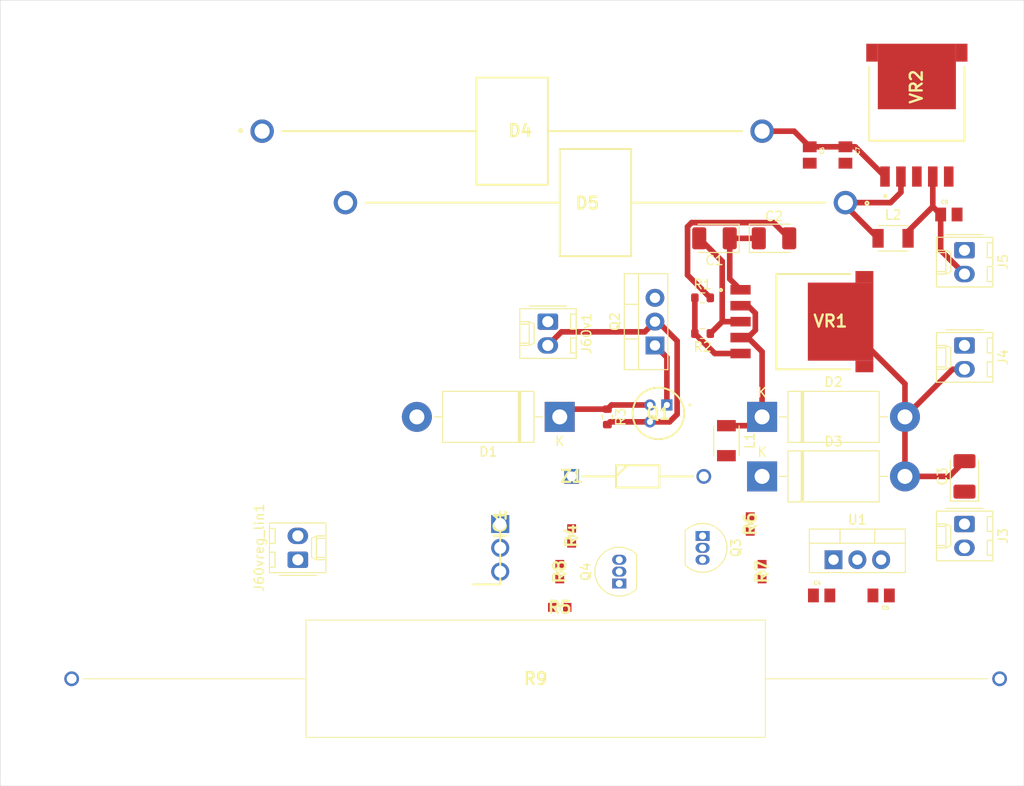
<source format=kicad_pcb>
(kicad_pcb (version 20171130) (host pcbnew "(5.1.10)-1")

  (general
    (thickness 1.6)
    (drawings 4)
    (tracks 64)
    (zones 0)
    (modules 38)
    (nets 21)
  )

  (page A4)
  (layers
    (0 F.Cu signal)
    (31 B.Cu signal)
    (32 B.Adhes user)
    (33 F.Adhes user)
    (34 B.Paste user)
    (35 F.Paste user)
    (36 B.SilkS user)
    (37 F.SilkS user)
    (38 B.Mask user)
    (39 F.Mask user)
    (40 Dwgs.User user)
    (41 Cmts.User user)
    (42 Eco1.User user)
    (43 Eco2.User user)
    (44 Edge.Cuts user)
    (45 Margin user)
    (46 B.CrtYd user)
    (47 F.CrtYd user)
    (48 B.Fab user)
    (49 F.Fab user)
  )

  (setup
    (last_trace_width 0.6)
    (user_trace_width 0.4)
    (user_trace_width 0.6)
    (trace_clearance 0.2)
    (zone_clearance 0.508)
    (zone_45_only no)
    (trace_min 0.2)
    (via_size 0.8)
    (via_drill 0.4)
    (via_min_size 0.4)
    (via_min_drill 0.3)
    (uvia_size 0.3)
    (uvia_drill 0.1)
    (uvias_allowed no)
    (uvia_min_size 0.2)
    (uvia_min_drill 0.1)
    (edge_width 0.05)
    (segment_width 0.2)
    (pcb_text_width 0.3)
    (pcb_text_size 1.5 1.5)
    (mod_edge_width 0.12)
    (mod_text_size 1 1)
    (mod_text_width 0.15)
    (pad_size 1.524 1.524)
    (pad_drill 0.762)
    (pad_to_mask_clearance 0)
    (aux_axis_origin 0 0)
    (visible_elements 7FFFFFFF)
    (pcbplotparams
      (layerselection 0x010fc_ffffffff)
      (usegerberextensions false)
      (usegerberattributes true)
      (usegerberadvancedattributes true)
      (creategerberjobfile true)
      (excludeedgelayer true)
      (linewidth 0.100000)
      (plotframeref false)
      (viasonmask false)
      (mode 1)
      (useauxorigin false)
      (hpglpennumber 1)
      (hpglpenspeed 20)
      (hpglpendiameter 15.000000)
      (psnegative false)
      (psa4output false)
      (plotreference true)
      (plotvalue true)
      (plotinvisibletext false)
      (padsonsilk false)
      (subtractmaskfromsilk false)
      (outputformat 1)
      (mirror false)
      (drillshape 1)
      (scaleselection 1)
      (outputdirectory ""))
  )

  (net 0 "")
  (net 1 "Net-(C1-Pad2)")
  (net 2 "Net-(C1-Pad1)")
  (net 3 "Net-(C2-Pad2)")
  (net 4 "Net-(D2-Pad1)")
  (net 5 "Net-(R1-Pad1)")
  (net 6 GND)
  (net 7 "Net-(C4-Pad1)")
  (net 8 "Net-(C5-Pad1)")
  (net 9 "Net-(C6-Pad1)")
  (net 10 "Net-(C8-Pad1)")
  (net 11 "Net-(D1-Pad1)")
  (net 12 "Net-(D5-Pad1)")
  (net 13 "Net-(Q1-Pad1)")
  (net 14 "Net-(IC1-Pad1)")
  (net 15 "Net-(IC1-Pad3)")
  (net 16 "Net-(J60v1-Pad2)")
  (net 17 "Net-(Q3-Pad2)")
  (net 18 "Net-(Q3-Pad1)")
  (net 19 "Net-(Q4-Pad2)")
  (net 20 "Net-(IC1-Pad2)")

  (net_class Default "This is the default net class."
    (clearance 0.2)
    (trace_width 0.25)
    (via_dia 0.8)
    (via_drill 0.4)
    (uvia_dia 0.3)
    (uvia_drill 0.1)
    (add_net GND)
    (add_net "Net-(C1-Pad1)")
    (add_net "Net-(C1-Pad2)")
    (add_net "Net-(C2-Pad2)")
    (add_net "Net-(C4-Pad1)")
    (add_net "Net-(C5-Pad1)")
    (add_net "Net-(C6-Pad1)")
    (add_net "Net-(C8-Pad1)")
    (add_net "Net-(D1-Pad1)")
    (add_net "Net-(D2-Pad1)")
    (add_net "Net-(D5-Pad1)")
    (add_net "Net-(IC1-Pad1)")
    (add_net "Net-(IC1-Pad2)")
    (add_net "Net-(IC1-Pad3)")
    (add_net "Net-(J60v1-Pad2)")
    (add_net "Net-(Q1-Pad1)")
    (add_net "Net-(Q3-Pad1)")
    (add_net "Net-(Q3-Pad2)")
    (add_net "Net-(Q4-Pad2)")
    (add_net "Net-(R1-Pad1)")
  )

  (module footprints:2N2222 (layer F.Cu) (tedit 0) (tstamp 61F4E257)
    (at 127 78.74 180)
    (descr 2N2222-6)
    (tags "Transistor BJT NPN")
    (path /61F96275)
    (fp_text reference Q1 (at 0.9 -0.9) (layer F.SilkS)
      (effects (font (size 1.27 1.27) (thickness 0.254)))
    )
    (fp_text value 2N2222 (at 0.9 -0.9) (layer F.SilkS) hide
      (effects (font (size 1.27 1.27) (thickness 0.254)))
    )
    (fp_line (start -2.5 0) (end -2.5 0) (layer F.SilkS) (width 0.2))
    (fp_line (start -2.4 0) (end -2.4 0) (layer F.SilkS) (width 0.2))
    (fp_line (start -2.5 0) (end -2.5 0) (layer F.SilkS) (width 0.2))
    (fp_line (start 3.65 -0.9) (end 3.65 -0.9) (layer F.SilkS) (width 0.2))
    (fp_line (start -1.85 -0.9) (end -1.85 -0.9) (layer F.SilkS) (width 0.2))
    (fp_line (start 3.65 -0.9) (end 3.65 -0.9) (layer F.Fab) (width 0.1))
    (fp_line (start -1.85 -0.9) (end -1.85 -0.9) (layer F.Fab) (width 0.1))
    (fp_line (start -2.85 -4.65) (end -2.85 2.85) (layer F.CrtYd) (width 0.1))
    (fp_line (start 4.65 -4.65) (end -2.85 -4.65) (layer F.CrtYd) (width 0.1))
    (fp_line (start 4.65 2.85) (end 4.65 -4.65) (layer F.CrtYd) (width 0.1))
    (fp_line (start -2.85 2.85) (end 4.65 2.85) (layer F.CrtYd) (width 0.1))
    (fp_text user %R (at 0.9 -0.9) (layer F.Fab)
      (effects (font (size 1.27 1.27) (thickness 0.254)))
    )
    (fp_arc (start 0.9 -0.9) (end -1.85 -0.9) (angle -180) (layer F.Fab) (width 0.1))
    (fp_arc (start 0.9 -0.9) (end 3.65 -0.9) (angle -180) (layer F.Fab) (width 0.1))
    (fp_arc (start 0.9 -0.9) (end -1.85 -0.9) (angle -180) (layer F.SilkS) (width 0.2))
    (fp_arc (start 0.9 -0.9) (end 3.65 -0.9) (angle -180) (layer F.SilkS) (width 0.2))
    (fp_arc (start -2.45 0) (end -2.5 0) (angle -180) (layer F.SilkS) (width 0.2))
    (fp_arc (start -2.45 0) (end -2.4 0) (angle -180) (layer F.SilkS) (width 0.2))
    (fp_arc (start -2.45 0) (end -2.5 0) (angle -180) (layer F.SilkS) (width 0.2))
    (pad 1 thru_hole rect (at 0 0 180) (size 1.192 1.192) (drill 0.65) (layers *.Cu *.Mask)
      (net 13 "Net-(Q1-Pad1)"))
    (pad 2 thru_hole circle (at 1.8 0 180) (size 1.192 1.192) (drill 0.65) (layers *.Cu *.Mask)
      (net 11 "Net-(D1-Pad1)"))
    (pad 3 thru_hole circle (at 1.8 -1.8 180) (size 1.192 1.192) (drill 0.65) (layers *.Cu *.Mask)
      (net 16 "Net-(J60v1-Pad2)"))
    (model 2N2222.stp
      (at (xyz 0 0 0))
      (scale (xyz 1 1 1))
      (rotate (xyz 0 0 0))
    )
  )

  (module footprints:1N5824 (layer F.Cu) (tedit 0) (tstamp 61F4A3AF)
    (at 119.38 57.15)
    (descr 1N5824)
    (tags Diode)
    (path /61FDD9C5)
    (fp_text reference D5 (at -0.865 0.056) (layer F.SilkS)
      (effects (font (size 1.27 1.27) (thickness 0.254)))
    )
    (fp_text value 1N5824 (at -0.865 0.056) (layer F.SilkS) hide
      (effects (font (size 1.27 1.27) (thickness 0.254)))
    )
    (fp_circle (center 28.968 0.06) (end 28.968 0.124) (layer F.SilkS) (width 0.2))
    (fp_line (start -3.81 5.715) (end -3.81 0) (layer F.SilkS) (width 0.2))
    (fp_line (start 3.81 5.715) (end -3.81 5.715) (layer F.SilkS) (width 0.2))
    (fp_line (start 3.81 0) (end 3.81 5.715) (layer F.SilkS) (width 0.2))
    (fp_line (start 3.81 0) (end 24.536 0) (layer F.SilkS) (width 0.2))
    (fp_line (start 3.81 -5.715) (end 3.81 0) (layer F.SilkS) (width 0.2))
    (fp_line (start -3.81 -5.715) (end 3.81 -5.715) (layer F.SilkS) (width 0.2))
    (fp_line (start -3.81 0) (end -3.81 -5.715) (layer F.SilkS) (width 0.2))
    (fp_line (start -24.536 0) (end -3.81 0) (layer F.SilkS) (width 0.2))
    (fp_line (start 3.81 0) (end 24.536 0) (layer F.Fab) (width 0.2))
    (fp_line (start -3.81 0) (end -24.536 0) (layer F.Fab) (width 0.2))
    (fp_line (start -3.81 5.715) (end -3.81 -5.715) (layer F.Fab) (width 0.2))
    (fp_line (start 3.81 5.715) (end -3.81 5.715) (layer F.Fab) (width 0.2))
    (fp_line (start 3.81 -5.715) (end 3.81 5.715) (layer F.Fab) (width 0.2))
    (fp_line (start -3.81 -5.715) (end 3.81 -5.715) (layer F.Fab) (width 0.2))
    (fp_text user %R (at -0.865 0.056) (layer F.Fab)
      (effects (font (size 1.27 1.27) (thickness 0.254)))
    )
    (pad 1 thru_hole circle (at 26.67 0) (size 2.5 2.5) (drill 1.62) (layers *.Cu *.Mask)
      (net 12 "Net-(D5-Pad1)"))
    (pad 2 thru_hole circle (at -26.67 0) (size 2.5 2.5) (drill 1.62) (layers *.Cu *.Mask)
      (net 6 GND))
  )

  (module footprints:CAPC2012X100N (layer F.Cu) (tedit 61F31691) (tstamp 61F44BF4)
    (at 146.05 52.07 270)
    (path /61FCAAE1)
    (fp_text reference C7 (at -0.46 -1.32 90) (layer F.SilkS)
      (effects (font (size 0.393701 0.393701) (thickness 0.15)))
    )
    (fp_text value 680u (at 1.54 1.32 90) (layer F.Fab)
      (effects (font (size 0.393701 0.393701) (thickness 0.15)))
    )
    (fp_line (start 1.1 0.72) (end -1.1 0.72) (layer F.Fab) (width 0.127))
    (fp_line (start 1.1 -0.72) (end -1.1 -0.72) (layer F.Fab) (width 0.127))
    (fp_line (start 1.1 0.72) (end 1.1 -0.72) (layer F.Fab) (width 0.127))
    (fp_line (start -1.1 0.72) (end -1.1 -0.72) (layer F.Fab) (width 0.127))
    (fp_line (start -1.708 0.983) (end 1.708 0.983) (layer F.CrtYd) (width 0.05))
    (fp_line (start -1.708 -0.983) (end 1.708 -0.983) (layer F.CrtYd) (width 0.05))
    (fp_line (start -1.708 0.983) (end -1.708 -0.983) (layer F.CrtYd) (width 0.05))
    (fp_line (start 1.708 0.983) (end 1.708 -0.983) (layer F.CrtYd) (width 0.05))
    (pad 2 smd rect (at 0.875 0 270) (size 1.16 1.47) (layers F.Cu F.Paste F.Mask)
      (net 6 GND))
    (pad 1 smd rect (at -0.875 0 270) (size 1.16 1.47) (layers F.Cu F.Paste F.Mask)
      (net 9 "Net-(C6-Pad1)"))
  )

  (module footprints:CAPC2012X100N (layer F.Cu) (tedit 61F31691) (tstamp 61F44C02)
    (at 157.085 58.42)
    (path /61FCAAF9)
    (fp_text reference C8 (at -0.46 -1.32) (layer F.SilkS)
      (effects (font (size 0.393701 0.393701) (thickness 0.15)))
    )
    (fp_text value 220u (at 1.54 1.32) (layer F.Fab)
      (effects (font (size 0.393701 0.393701) (thickness 0.15)))
    )
    (fp_line (start 1.708 0.983) (end 1.708 -0.983) (layer F.CrtYd) (width 0.05))
    (fp_line (start -1.708 0.983) (end -1.708 -0.983) (layer F.CrtYd) (width 0.05))
    (fp_line (start -1.708 -0.983) (end 1.708 -0.983) (layer F.CrtYd) (width 0.05))
    (fp_line (start -1.708 0.983) (end 1.708 0.983) (layer F.CrtYd) (width 0.05))
    (fp_line (start -1.1 0.72) (end -1.1 -0.72) (layer F.Fab) (width 0.127))
    (fp_line (start 1.1 0.72) (end 1.1 -0.72) (layer F.Fab) (width 0.127))
    (fp_line (start 1.1 -0.72) (end -1.1 -0.72) (layer F.Fab) (width 0.127))
    (fp_line (start 1.1 0.72) (end -1.1 0.72) (layer F.Fab) (width 0.127))
    (pad 1 smd rect (at -0.875 0) (size 1.16 1.47) (layers F.Cu F.Paste F.Mask)
      (net 10 "Net-(C8-Pad1)"))
    (pad 2 smd rect (at 0.875 0) (size 1.16 1.47) (layers F.Cu F.Paste F.Mask)
      (net 6 GND))
  )

  (module footprints:RESC1608X55N (layer F.Cu) (tedit 0) (tstamp 61F4D215)
    (at 135.89 91.44 90)
    (descr GWCR0603)
    (tags Resistor)
    (path /61F58CF7)
    (attr smd)
    (fp_text reference R6 (at 0 0 90) (layer F.SilkS)
      (effects (font (size 1.27 1.27) (thickness 0.254)))
    )
    (fp_text value GWCR0603-10KFT5 (at 0 0 90) (layer F.SilkS) hide
      (effects (font (size 1.27 1.27) (thickness 0.254)))
    )
    (fp_line (start -1.5 -0.75) (end 1.5 -0.75) (layer F.CrtYd) (width 0.05))
    (fp_line (start 1.5 -0.75) (end 1.5 0.75) (layer F.CrtYd) (width 0.05))
    (fp_line (start 1.5 0.75) (end -1.5 0.75) (layer F.CrtYd) (width 0.05))
    (fp_line (start -1.5 0.75) (end -1.5 -0.75) (layer F.CrtYd) (width 0.05))
    (fp_line (start -0.8 -0.4) (end 0.8 -0.4) (layer F.Fab) (width 0.1))
    (fp_line (start 0.8 -0.4) (end 0.8 0.4) (layer F.Fab) (width 0.1))
    (fp_line (start 0.8 0.4) (end -0.8 0.4) (layer F.Fab) (width 0.1))
    (fp_line (start -0.8 0.4) (end -0.8 -0.4) (layer F.Fab) (width 0.1))
    (fp_line (start 0 -0.3) (end 0 0.3) (layer F.SilkS) (width 0.2))
    (fp_text user %R (at 0 0 90) (layer F.Fab)
      (effects (font (size 1.27 1.27) (thickness 0.254)))
    )
    (pad 1 smd rect (at -0.8 0 90) (size 0.9 0.95) (layers F.Cu F.Paste F.Mask)
      (net 17 "Net-(Q3-Pad2)"))
    (pad 2 smd rect (at 0.8 0 90) (size 0.9 0.95) (layers F.Cu F.Paste F.Mask)
      (net 6 GND))
    (model GWCR0603-10KFT5.stp
      (at (xyz 0 0 0))
      (scale (xyz 1 1 1))
      (rotate (xyz 0 0 0))
    )
  )

  (module Package_TO_SOT_THT:TO-220-3_Vertical (layer F.Cu) (tedit 5AC8BA0D) (tstamp 61F44CB6)
    (at 125.73 72.39 90)
    (descr "TO-220-3, Vertical, RM 2.54mm, see https://www.vishay.com/docs/66542/to-220-1.pdf")
    (tags "TO-220-3 Vertical RM 2.54mm")
    (path /61F7BE95)
    (fp_text reference Q2 (at 2.54 -4.27 90) (layer F.SilkS)
      (effects (font (size 1 1) (thickness 0.15)))
    )
    (fp_text value TIP41C (at 2.54 2.5 90) (layer F.Fab)
      (effects (font (size 1 1) (thickness 0.15)))
    )
    (fp_line (start 7.79 -3.4) (end -2.71 -3.4) (layer F.CrtYd) (width 0.05))
    (fp_line (start 7.79 1.51) (end 7.79 -3.4) (layer F.CrtYd) (width 0.05))
    (fp_line (start -2.71 1.51) (end 7.79 1.51) (layer F.CrtYd) (width 0.05))
    (fp_line (start -2.71 -3.4) (end -2.71 1.51) (layer F.CrtYd) (width 0.05))
    (fp_line (start 4.391 -3.27) (end 4.391 -1.76) (layer F.SilkS) (width 0.12))
    (fp_line (start 0.69 -3.27) (end 0.69 -1.76) (layer F.SilkS) (width 0.12))
    (fp_line (start -2.58 -1.76) (end 7.66 -1.76) (layer F.SilkS) (width 0.12))
    (fp_line (start 7.66 -3.27) (end 7.66 1.371) (layer F.SilkS) (width 0.12))
    (fp_line (start -2.58 -3.27) (end -2.58 1.371) (layer F.SilkS) (width 0.12))
    (fp_line (start -2.58 1.371) (end 7.66 1.371) (layer F.SilkS) (width 0.12))
    (fp_line (start -2.58 -3.27) (end 7.66 -3.27) (layer F.SilkS) (width 0.12))
    (fp_line (start 4.39 -3.15) (end 4.39 -1.88) (layer F.Fab) (width 0.1))
    (fp_line (start 0.69 -3.15) (end 0.69 -1.88) (layer F.Fab) (width 0.1))
    (fp_line (start -2.46 -1.88) (end 7.54 -1.88) (layer F.Fab) (width 0.1))
    (fp_line (start 7.54 -3.15) (end -2.46 -3.15) (layer F.Fab) (width 0.1))
    (fp_line (start 7.54 1.25) (end 7.54 -3.15) (layer F.Fab) (width 0.1))
    (fp_line (start -2.46 1.25) (end 7.54 1.25) (layer F.Fab) (width 0.1))
    (fp_line (start -2.46 -3.15) (end -2.46 1.25) (layer F.Fab) (width 0.1))
    (fp_text user %R (at 2.54 -4.27 90) (layer F.Fab)
      (effects (font (size 1 1) (thickness 0.15)))
    )
    (pad 1 thru_hole rect (at 0 0 90) (size 1.905 2) (drill 1.1) (layers *.Cu *.Mask)
      (net 13 "Net-(Q1-Pad1)"))
    (pad 2 thru_hole oval (at 2.54 0 90) (size 1.905 2) (drill 1.1) (layers *.Cu *.Mask)
      (net 16 "Net-(J60v1-Pad2)"))
    (pad 3 thru_hole oval (at 5.08 0 90) (size 1.905 2) (drill 1.1) (layers *.Cu *.Mask)
      (net 9 "Net-(C6-Pad1)"))
    (model ${KISYS3DMOD}/Package_TO_SOT_THT.3dshapes/TO-220-3_Vertical.wrl
      (at (xyz 0 0 0))
      (scale (xyz 1 1 1))
      (rotate (xyz 0 0 0))
    )
  )

  (module footprints:1N5824 (layer F.Cu) (tedit 0) (tstamp 61F46566)
    (at 110.49 49.53 180)
    (descr 1N5824)
    (tags Diode)
    (path /61FA4A7E)
    (fp_text reference D4 (at -0.865 0.056) (layer F.SilkS)
      (effects (font (size 1.27 1.27) (thickness 0.254)))
    )
    (fp_text value 1N5825 (at -0.865 0.056) (layer F.SilkS) hide
      (effects (font (size 1.27 1.27) (thickness 0.254)))
    )
    (fp_line (start -3.81 -5.715) (end 3.81 -5.715) (layer F.Fab) (width 0.2))
    (fp_line (start 3.81 -5.715) (end 3.81 5.715) (layer F.Fab) (width 0.2))
    (fp_line (start 3.81 5.715) (end -3.81 5.715) (layer F.Fab) (width 0.2))
    (fp_line (start -3.81 5.715) (end -3.81 -5.715) (layer F.Fab) (width 0.2))
    (fp_line (start -3.81 0) (end -24.536 0) (layer F.Fab) (width 0.2))
    (fp_line (start 3.81 0) (end 24.536 0) (layer F.Fab) (width 0.2))
    (fp_line (start -24.536 0) (end -3.81 0) (layer F.SilkS) (width 0.2))
    (fp_line (start -3.81 0) (end -3.81 -5.715) (layer F.SilkS) (width 0.2))
    (fp_line (start -3.81 -5.715) (end 3.81 -5.715) (layer F.SilkS) (width 0.2))
    (fp_line (start 3.81 -5.715) (end 3.81 0) (layer F.SilkS) (width 0.2))
    (fp_line (start 3.81 0) (end 24.536 0) (layer F.SilkS) (width 0.2))
    (fp_line (start 3.81 0) (end 3.81 5.715) (layer F.SilkS) (width 0.2))
    (fp_line (start 3.81 5.715) (end -3.81 5.715) (layer F.SilkS) (width 0.2))
    (fp_line (start -3.81 5.715) (end -3.81 0) (layer F.SilkS) (width 0.2))
    (fp_circle (center 28.968 0.06) (end 28.968 0.124) (layer F.SilkS) (width 0.2))
    (fp_text user %R (at -0.865 0.056) (layer F.Fab)
      (effects (font (size 1.27 1.27) (thickness 0.254)))
    )
    (pad 2 thru_hole circle (at -26.67 0 180) (size 2.5 2.5) (drill 1.62) (layers *.Cu *.Mask)
      (net 9 "Net-(C6-Pad1)"))
    (pad 1 thru_hole circle (at 26.67 0 180) (size 2.5 2.5) (drill 1.62) (layers *.Cu *.Mask)
      (net 2 "Net-(C1-Pad1)"))
  )

  (module footprints:CAPC2012X100N (layer F.Cu) (tedit 61F31691) (tstamp 61F42BF7)
    (at 149.86 99.06 180)
    (path /61F36C5B)
    (fp_text reference C5 (at -0.46 -1.32) (layer F.SilkS)
      (effects (font (size 0.393701 0.393701) (thickness 0.15)))
    )
    (fp_text value 0.1u (at 1.54 1.32) (layer F.Fab)
      (effects (font (size 0.393701 0.393701) (thickness 0.15)))
    )
    (fp_line (start 1.1 0.72) (end -1.1 0.72) (layer F.Fab) (width 0.127))
    (fp_line (start 1.1 -0.72) (end -1.1 -0.72) (layer F.Fab) (width 0.127))
    (fp_line (start 1.1 0.72) (end 1.1 -0.72) (layer F.Fab) (width 0.127))
    (fp_line (start -1.1 0.72) (end -1.1 -0.72) (layer F.Fab) (width 0.127))
    (fp_line (start -1.708 0.983) (end 1.708 0.983) (layer F.CrtYd) (width 0.05))
    (fp_line (start -1.708 -0.983) (end 1.708 -0.983) (layer F.CrtYd) (width 0.05))
    (fp_line (start -1.708 0.983) (end -1.708 -0.983) (layer F.CrtYd) (width 0.05))
    (fp_line (start 1.708 0.983) (end 1.708 -0.983) (layer F.CrtYd) (width 0.05))
    (pad 2 smd rect (at 0.875 0 180) (size 1.16 1.47) (layers F.Cu F.Paste F.Mask)
      (net 6 GND))
    (pad 1 smd rect (at -0.875 0 180) (size 1.16 1.47) (layers F.Cu F.Paste F.Mask)
      (net 8 "Net-(C5-Pad1)"))
  )

  (module Resistor_SMD:R_0603_1608Metric (layer F.Cu) (tedit 5F68FEEE) (tstamp 61F49CCB)
    (at 130.81 71.12 180)
    (descr "Resistor SMD 0603 (1608 Metric), square (rectangular) end terminal, IPC_7351 nominal, (Body size source: IPC-SM-782 page 72, https://www.pcb-3d.com/wordpress/wp-content/uploads/ipc-sm-782a_amendment_1_and_2.pdf), generated with kicad-footprint-generator")
    (tags resistor)
    (path /61EFA953)
    (attr smd)
    (fp_text reference R2 (at 0 -1.43) (layer F.SilkS)
      (effects (font (size 1 1) (thickness 0.15)))
    )
    (fp_text value 47k (at 0 1.43) (layer F.Fab)
      (effects (font (size 1 1) (thickness 0.15)))
    )
    (fp_line (start 1.48 0.73) (end -1.48 0.73) (layer F.CrtYd) (width 0.05))
    (fp_line (start 1.48 -0.73) (end 1.48 0.73) (layer F.CrtYd) (width 0.05))
    (fp_line (start -1.48 -0.73) (end 1.48 -0.73) (layer F.CrtYd) (width 0.05))
    (fp_line (start -1.48 0.73) (end -1.48 -0.73) (layer F.CrtYd) (width 0.05))
    (fp_line (start -0.237258 0.5225) (end 0.237258 0.5225) (layer F.SilkS) (width 0.12))
    (fp_line (start -0.237258 -0.5225) (end 0.237258 -0.5225) (layer F.SilkS) (width 0.12))
    (fp_line (start 0.8 0.4125) (end -0.8 0.4125) (layer F.Fab) (width 0.1))
    (fp_line (start 0.8 -0.4125) (end 0.8 0.4125) (layer F.Fab) (width 0.1))
    (fp_line (start -0.8 -0.4125) (end 0.8 -0.4125) (layer F.Fab) (width 0.1))
    (fp_line (start -0.8 0.4125) (end -0.8 -0.4125) (layer F.Fab) (width 0.1))
    (fp_text user %R (at 0 0) (layer F.Fab)
      (effects (font (size 0.4 0.4) (thickness 0.06)))
    )
    (pad 2 smd roundrect (at 0.825 0 180) (size 0.8 0.95) (layers F.Cu F.Paste F.Mask) (roundrect_rratio 0.25)
      (net 5 "Net-(R1-Pad1)"))
    (pad 1 smd roundrect (at -0.825 0 180) (size 0.8 0.95) (layers F.Cu F.Paste F.Mask) (roundrect_rratio 0.25)
      (net 1 "Net-(C1-Pad2)"))
    (model ${KISYS3DMOD}/Resistor_SMD.3dshapes/R_0603_1608Metric.wrl
      (at (xyz 0 0 0))
      (scale (xyz 1 1 1))
      (rotate (xyz 0 0 0))
    )
  )

  (module Resistor_SMD:R_0603_1608Metric (layer F.Cu) (tedit 5F68FEEE) (tstamp 61EF9420)
    (at 130.81 67.31)
    (descr "Resistor SMD 0603 (1608 Metric), square (rectangular) end terminal, IPC_7351 nominal, (Body size source: IPC-SM-782 page 72, https://www.pcb-3d.com/wordpress/wp-content/uploads/ipc-sm-782a_amendment_1_and_2.pdf), generated with kicad-footprint-generator")
    (tags resistor)
    (path /61EFA3BE)
    (attr smd)
    (fp_text reference R1 (at 0 -1.43) (layer F.SilkS)
      (effects (font (size 1 1) (thickness 0.15)))
    )
    (fp_text value 47k (at 0 1.43) (layer F.Fab)
      (effects (font (size 1 1) (thickness 0.15)))
    )
    (fp_line (start 1.48 0.73) (end -1.48 0.73) (layer F.CrtYd) (width 0.05))
    (fp_line (start 1.48 -0.73) (end 1.48 0.73) (layer F.CrtYd) (width 0.05))
    (fp_line (start -1.48 -0.73) (end 1.48 -0.73) (layer F.CrtYd) (width 0.05))
    (fp_line (start -1.48 0.73) (end -1.48 -0.73) (layer F.CrtYd) (width 0.05))
    (fp_line (start -0.237258 0.5225) (end 0.237258 0.5225) (layer F.SilkS) (width 0.12))
    (fp_line (start -0.237258 -0.5225) (end 0.237258 -0.5225) (layer F.SilkS) (width 0.12))
    (fp_line (start 0.8 0.4125) (end -0.8 0.4125) (layer F.Fab) (width 0.1))
    (fp_line (start 0.8 -0.4125) (end 0.8 0.4125) (layer F.Fab) (width 0.1))
    (fp_line (start -0.8 -0.4125) (end 0.8 -0.4125) (layer F.Fab) (width 0.1))
    (fp_line (start -0.8 0.4125) (end -0.8 -0.4125) (layer F.Fab) (width 0.1))
    (fp_text user %R (at 0 0) (layer F.Fab)
      (effects (font (size 0.4 0.4) (thickness 0.06)))
    )
    (pad 2 smd roundrect (at 0.825 0) (size 0.8 0.95) (layers F.Cu F.Paste F.Mask) (roundrect_rratio 0.25)
      (net 3 "Net-(C2-Pad2)"))
    (pad 1 smd roundrect (at -0.825 0) (size 0.8 0.95) (layers F.Cu F.Paste F.Mask) (roundrect_rratio 0.25)
      (net 5 "Net-(R1-Pad1)"))
    (model ${KISYS3DMOD}/Resistor_SMD.3dshapes/R_0603_1608Metric.wrl
      (at (xyz 0 0 0))
      (scale (xyz 1 1 1))
      (rotate (xyz 0 0 0))
    )
  )

  (module Inductor_SMD:L_TDK_NLV32_3.2x2.5mm (layer F.Cu) (tedit 5D72DC6E) (tstamp 61EF940F)
    (at 133.35 82.55 270)
    (descr "TDK NLV32, 3.2x2.5x2.2mm, https://product.tdk.com/info/en/catalog/datasheets/inductor_commercial_standard_nlv32-ef_en.pdf")
    (tags "tdk nlv32 nlcv32 nlfv32")
    (path /61EFCF1D)
    (attr smd)
    (fp_text reference L1 (at 0 -2.5 90) (layer F.SilkS)
      (effects (font (size 1 1) (thickness 0.15)))
    )
    (fp_text value 33u (at 0 2.5 90) (layer F.Fab)
      (effects (font (size 1 1) (thickness 0.15)))
    )
    (fp_line (start -1.6 -1.25) (end 1.6 -1.25) (layer F.Fab) (width 0.1))
    (fp_line (start 1.6 -1.25) (end 1.6 1.25) (layer F.Fab) (width 0.1))
    (fp_line (start 1.6 1.25) (end -1.6 1.25) (layer F.Fab) (width 0.1))
    (fp_line (start -1.6 1.25) (end -1.6 -1.25) (layer F.Fab) (width 0.1))
    (fp_line (start -2.45 -1.5) (end 2.45 -1.5) (layer F.CrtYd) (width 0.05))
    (fp_line (start 2.45 -1.5) (end 2.45 1.5) (layer F.CrtYd) (width 0.05))
    (fp_line (start 2.45 1.5) (end -2.45 1.5) (layer F.CrtYd) (width 0.05))
    (fp_line (start -2.45 1.5) (end -2.45 -1.5) (layer F.CrtYd) (width 0.05))
    (fp_line (start -1.6 -1.36) (end 1.6 -1.36) (layer F.SilkS) (width 0.12))
    (fp_line (start 1.6 1.36) (end -1.6 1.36) (layer F.SilkS) (width 0.12))
    (fp_text user %R (at 0 0 90) (layer F.Fab)
      (effects (font (size 0.5 0.5) (thickness 0.08)))
    )
    (pad 2 smd rect (at 1.6 0 270) (size 1.2 2) (layers F.Cu F.Paste F.Mask)
      (net 6 GND))
    (pad 1 smd rect (at -1.6 0 270) (size 1.2 2) (layers F.Cu F.Paste F.Mask)
      (net 4 "Net-(D2-Pad1)"))
    (model ${KISYS3DMOD}/Inductor_SMD.3dshapes/L_TDK_NLV32_3.2x2.5mm.wrl
      (at (xyz 0 0 0))
      (scale (xyz 1 1 1))
      (rotate (xyz 0 0 0))
    )
  )

  (module Diode_THT:D_DO-201AD_P15.24mm_Horizontal (layer F.Cu) (tedit 5AE50CD5) (tstamp 61EF93FE)
    (at 137.16 86.36)
    (descr "Diode, DO-201AD series, Axial, Horizontal, pin pitch=15.24mm, , length*diameter=9.5*5.2mm^2, , http://www.diodes.com/_files/packages/DO-201AD.pdf")
    (tags "Diode DO-201AD series Axial Horizontal pin pitch 15.24mm  length 9.5mm diameter 5.2mm")
    (path /61EFD6CE)
    (fp_text reference D3 (at 7.62 -3.72) (layer F.SilkS)
      (effects (font (size 1 1) (thickness 0.15)))
    )
    (fp_text value 1N5400 (at 7.62 3.72) (layer F.Fab)
      (effects (font (size 1 1) (thickness 0.15)))
    )
    (fp_line (start 17.09 -2.85) (end -1.85 -2.85) (layer F.CrtYd) (width 0.05))
    (fp_line (start 17.09 2.85) (end 17.09 -2.85) (layer F.CrtYd) (width 0.05))
    (fp_line (start -1.85 2.85) (end 17.09 2.85) (layer F.CrtYd) (width 0.05))
    (fp_line (start -1.85 -2.85) (end -1.85 2.85) (layer F.CrtYd) (width 0.05))
    (fp_line (start 4.175 -2.72) (end 4.175 2.72) (layer F.SilkS) (width 0.12))
    (fp_line (start 4.415 -2.72) (end 4.415 2.72) (layer F.SilkS) (width 0.12))
    (fp_line (start 4.295 -2.72) (end 4.295 2.72) (layer F.SilkS) (width 0.12))
    (fp_line (start 13.4 0) (end 12.49 0) (layer F.SilkS) (width 0.12))
    (fp_line (start 1.84 0) (end 2.75 0) (layer F.SilkS) (width 0.12))
    (fp_line (start 12.49 -2.72) (end 2.75 -2.72) (layer F.SilkS) (width 0.12))
    (fp_line (start 12.49 2.72) (end 12.49 -2.72) (layer F.SilkS) (width 0.12))
    (fp_line (start 2.75 2.72) (end 12.49 2.72) (layer F.SilkS) (width 0.12))
    (fp_line (start 2.75 -2.72) (end 2.75 2.72) (layer F.SilkS) (width 0.12))
    (fp_line (start 4.195 -2.6) (end 4.195 2.6) (layer F.Fab) (width 0.1))
    (fp_line (start 4.395 -2.6) (end 4.395 2.6) (layer F.Fab) (width 0.1))
    (fp_line (start 4.295 -2.6) (end 4.295 2.6) (layer F.Fab) (width 0.1))
    (fp_line (start 15.24 0) (end 12.37 0) (layer F.Fab) (width 0.1))
    (fp_line (start 0 0) (end 2.87 0) (layer F.Fab) (width 0.1))
    (fp_line (start 12.37 -2.6) (end 2.87 -2.6) (layer F.Fab) (width 0.1))
    (fp_line (start 12.37 2.6) (end 12.37 -2.6) (layer F.Fab) (width 0.1))
    (fp_line (start 2.87 2.6) (end 12.37 2.6) (layer F.Fab) (width 0.1))
    (fp_line (start 2.87 -2.6) (end 2.87 2.6) (layer F.Fab) (width 0.1))
    (fp_text user K (at 0 -2.6) (layer F.SilkS)
      (effects (font (size 1 1) (thickness 0.15)))
    )
    (fp_text user K (at 0 -2.6) (layer F.Fab)
      (effects (font (size 1 1) (thickness 0.15)))
    )
    (fp_text user %R (at 8.3325 0) (layer F.Fab)
      (effects (font (size 1 1) (thickness 0.15)))
    )
    (pad 2 thru_hole oval (at 15.24 0) (size 3.2 3.2) (drill 1.6) (layers *.Cu *.Mask)
      (net 1 "Net-(C1-Pad2)"))
    (pad 1 thru_hole rect (at 0 0) (size 3.2 3.2) (drill 1.6) (layers *.Cu *.Mask)
      (net 6 GND))
    (model ${KISYS3DMOD}/Diode_THT.3dshapes/D_DO-201AD_P15.24mm_Horizontal.wrl
      (at (xyz 0 0 0))
      (scale (xyz 1 1 1))
      (rotate (xyz 0 0 0))
    )
  )

  (module Diode_THT:D_DO-201AD_P15.24mm_Horizontal (layer F.Cu) (tedit 5AE50CD5) (tstamp 61EF93DF)
    (at 137.16 80.01)
    (descr "Diode, DO-201AD series, Axial, Horizontal, pin pitch=15.24mm, , length*diameter=9.5*5.2mm^2, , http://www.diodes.com/_files/packages/DO-201AD.pdf")
    (tags "Diode DO-201AD series Axial Horizontal pin pitch 15.24mm  length 9.5mm diameter 5.2mm")
    (path /61EFB158)
    (fp_text reference D2 (at 7.62 -3.72) (layer F.SilkS)
      (effects (font (size 1 1) (thickness 0.15)))
    )
    (fp_text value 1N5820 (at 7.62 3.72) (layer F.Fab)
      (effects (font (size 1 1) (thickness 0.15)))
    )
    (fp_line (start 17.09 -2.85) (end -1.85 -2.85) (layer F.CrtYd) (width 0.05))
    (fp_line (start 17.09 2.85) (end 17.09 -2.85) (layer F.CrtYd) (width 0.05))
    (fp_line (start -1.85 2.85) (end 17.09 2.85) (layer F.CrtYd) (width 0.05))
    (fp_line (start -1.85 -2.85) (end -1.85 2.85) (layer F.CrtYd) (width 0.05))
    (fp_line (start 4.175 -2.72) (end 4.175 2.72) (layer F.SilkS) (width 0.12))
    (fp_line (start 4.415 -2.72) (end 4.415 2.72) (layer F.SilkS) (width 0.12))
    (fp_line (start 4.295 -2.72) (end 4.295 2.72) (layer F.SilkS) (width 0.12))
    (fp_line (start 13.4 0) (end 12.49 0) (layer F.SilkS) (width 0.12))
    (fp_line (start 1.84 0) (end 2.75 0) (layer F.SilkS) (width 0.12))
    (fp_line (start 12.49 -2.72) (end 2.75 -2.72) (layer F.SilkS) (width 0.12))
    (fp_line (start 12.49 2.72) (end 12.49 -2.72) (layer F.SilkS) (width 0.12))
    (fp_line (start 2.75 2.72) (end 12.49 2.72) (layer F.SilkS) (width 0.12))
    (fp_line (start 2.75 -2.72) (end 2.75 2.72) (layer F.SilkS) (width 0.12))
    (fp_line (start 4.195 -2.6) (end 4.195 2.6) (layer F.Fab) (width 0.1))
    (fp_line (start 4.395 -2.6) (end 4.395 2.6) (layer F.Fab) (width 0.1))
    (fp_line (start 4.295 -2.6) (end 4.295 2.6) (layer F.Fab) (width 0.1))
    (fp_line (start 15.24 0) (end 12.37 0) (layer F.Fab) (width 0.1))
    (fp_line (start 0 0) (end 2.87 0) (layer F.Fab) (width 0.1))
    (fp_line (start 12.37 -2.6) (end 2.87 -2.6) (layer F.Fab) (width 0.1))
    (fp_line (start 12.37 2.6) (end 12.37 -2.6) (layer F.Fab) (width 0.1))
    (fp_line (start 2.87 2.6) (end 12.37 2.6) (layer F.Fab) (width 0.1))
    (fp_line (start 2.87 -2.6) (end 2.87 2.6) (layer F.Fab) (width 0.1))
    (fp_text user K (at 0 -2.6) (layer F.SilkS)
      (effects (font (size 1 1) (thickness 0.15)))
    )
    (fp_text user K (at 0 -2.6) (layer F.Fab)
      (effects (font (size 1 1) (thickness 0.15)))
    )
    (fp_text user %R (at 8.3325 0) (layer F.Fab)
      (effects (font (size 1 1) (thickness 0.15)))
    )
    (pad 2 thru_hole oval (at 15.24 0) (size 3.2 3.2) (drill 1.6) (layers *.Cu *.Mask)
      (net 1 "Net-(C1-Pad2)"))
    (pad 1 thru_hole rect (at 0 0) (size 3.2 3.2) (drill 1.6) (layers *.Cu *.Mask)
      (net 4 "Net-(D2-Pad1)"))
    (model ${KISYS3DMOD}/Diode_THT.3dshapes/D_DO-201AD_P15.24mm_Horizontal.wrl
      (at (xyz 0 0 0))
      (scale (xyz 1 1 1))
      (rotate (xyz 0 0 0))
    )
  )

  (module Capacitor_Tantalum_SMD:CP_EIA-3528-21_Kemet-B_Pad1.50x2.35mm_HandSolder (layer F.Cu) (tedit 5EBA9318) (tstamp 61EF93A1)
    (at 158.75 86.36 90)
    (descr "Tantalum Capacitor SMD Kemet-B (3528-21 Metric), IPC_7351 nominal, (Body size from: http://www.kemet.com/Lists/ProductCatalog/Attachments/253/KEM_TC101_STD.pdf), generated with kicad-footprint-generator")
    (tags "capacitor tantalum")
    (path /61EFBC68)
    (attr smd)
    (fp_text reference C3 (at 0 -2.35 90) (layer F.SilkS)
      (effects (font (size 1 1) (thickness 0.15)))
    )
    (fp_text value 220u (at 0 2.35 90) (layer F.Fab)
      (effects (font (size 1 1) (thickness 0.15)))
    )
    (fp_line (start 2.62 1.65) (end -2.62 1.65) (layer F.CrtYd) (width 0.05))
    (fp_line (start 2.62 -1.65) (end 2.62 1.65) (layer F.CrtYd) (width 0.05))
    (fp_line (start -2.62 -1.65) (end 2.62 -1.65) (layer F.CrtYd) (width 0.05))
    (fp_line (start -2.62 1.65) (end -2.62 -1.65) (layer F.CrtYd) (width 0.05))
    (fp_line (start -2.635 1.51) (end 1.75 1.51) (layer F.SilkS) (width 0.12))
    (fp_line (start -2.635 -1.51) (end -2.635 1.51) (layer F.SilkS) (width 0.12))
    (fp_line (start 1.75 -1.51) (end -2.635 -1.51) (layer F.SilkS) (width 0.12))
    (fp_line (start 1.75 1.4) (end 1.75 -1.4) (layer F.Fab) (width 0.1))
    (fp_line (start -1.75 1.4) (end 1.75 1.4) (layer F.Fab) (width 0.1))
    (fp_line (start -1.75 -0.7) (end -1.75 1.4) (layer F.Fab) (width 0.1))
    (fp_line (start -1.05 -1.4) (end -1.75 -0.7) (layer F.Fab) (width 0.1))
    (fp_line (start 1.75 -1.4) (end -1.05 -1.4) (layer F.Fab) (width 0.1))
    (fp_text user %R (at 0 0 90) (layer F.Fab)
      (effects (font (size 0.88 0.88) (thickness 0.13)))
    )
    (pad 2 smd roundrect (at 1.625 0 90) (size 1.5 2.35) (layers F.Cu F.Paste F.Mask) (roundrect_rratio 0.166667)
      (net 1 "Net-(C1-Pad2)"))
    (pad 1 smd roundrect (at -1.625 0 90) (size 1.5 2.35) (layers F.Cu F.Paste F.Mask) (roundrect_rratio 0.166667)
      (net 6 GND))
    (model ${KISYS3DMOD}/Capacitor_Tantalum_SMD.3dshapes/CP_EIA-3528-21_Kemet-B.wrl
      (at (xyz 0 0 0))
      (scale (xyz 1 1 1))
      (rotate (xyz 0 0 0))
    )
  )

  (module Capacitor_Tantalum_SMD:CP_EIA-3528-21_Kemet-B_Pad1.50x2.35mm_HandSolder (layer F.Cu) (tedit 5EBA9318) (tstamp 61EF938E)
    (at 138.43 60.96)
    (descr "Tantalum Capacitor SMD Kemet-B (3528-21 Metric), IPC_7351 nominal, (Body size from: http://www.kemet.com/Lists/ProductCatalog/Attachments/253/KEM_TC101_STD.pdf), generated with kicad-footprint-generator")
    (tags "capacitor tantalum")
    (path /61EF9ACB)
    (attr smd)
    (fp_text reference C2 (at 0 -2.35) (layer F.SilkS)
      (effects (font (size 1 1) (thickness 0.15)))
    )
    (fp_text value 0.1u (at 0 2.35) (layer F.Fab)
      (effects (font (size 1 1) (thickness 0.15)))
    )
    (fp_line (start 2.62 1.65) (end -2.62 1.65) (layer F.CrtYd) (width 0.05))
    (fp_line (start 2.62 -1.65) (end 2.62 1.65) (layer F.CrtYd) (width 0.05))
    (fp_line (start -2.62 -1.65) (end 2.62 -1.65) (layer F.CrtYd) (width 0.05))
    (fp_line (start -2.62 1.65) (end -2.62 -1.65) (layer F.CrtYd) (width 0.05))
    (fp_line (start -2.635 1.51) (end 1.75 1.51) (layer F.SilkS) (width 0.12))
    (fp_line (start -2.635 -1.51) (end -2.635 1.51) (layer F.SilkS) (width 0.12))
    (fp_line (start 1.75 -1.51) (end -2.635 -1.51) (layer F.SilkS) (width 0.12))
    (fp_line (start 1.75 1.4) (end 1.75 -1.4) (layer F.Fab) (width 0.1))
    (fp_line (start -1.75 1.4) (end 1.75 1.4) (layer F.Fab) (width 0.1))
    (fp_line (start -1.75 -0.7) (end -1.75 1.4) (layer F.Fab) (width 0.1))
    (fp_line (start -1.05 -1.4) (end -1.75 -0.7) (layer F.Fab) (width 0.1))
    (fp_line (start 1.75 -1.4) (end -1.05 -1.4) (layer F.Fab) (width 0.1))
    (fp_text user %R (at 0 0) (layer F.Fab)
      (effects (font (size 0.88 0.88) (thickness 0.13)))
    )
    (pad 2 smd roundrect (at 1.625 0) (size 1.5 2.35) (layers F.Cu F.Paste F.Mask) (roundrect_rratio 0.166667)
      (net 3 "Net-(C2-Pad2)"))
    (pad 1 smd roundrect (at -1.625 0) (size 1.5 2.35) (layers F.Cu F.Paste F.Mask) (roundrect_rratio 0.166667)
      (net 2 "Net-(C1-Pad1)"))
    (model ${KISYS3DMOD}/Capacitor_Tantalum_SMD.3dshapes/CP_EIA-3528-21_Kemet-B.wrl
      (at (xyz 0 0 0))
      (scale (xyz 1 1 1))
      (rotate (xyz 0 0 0))
    )
  )

  (module Capacitor_Tantalum_SMD:CP_EIA-3528-21_Kemet-B_Pad1.50x2.35mm_HandSolder (layer F.Cu) (tedit 5EBA9318) (tstamp 61EF937B)
    (at 132.08 60.96 180)
    (descr "Tantalum Capacitor SMD Kemet-B (3528-21 Metric), IPC_7351 nominal, (Body size from: http://www.kemet.com/Lists/ProductCatalog/Attachments/253/KEM_TC101_STD.pdf), generated with kicad-footprint-generator")
    (tags "capacitor tantalum")
    (path /61EF9606)
    (attr smd)
    (fp_text reference C1 (at 0 -2.35) (layer F.SilkS)
      (effects (font (size 1 1) (thickness 0.15)))
    )
    (fp_text value 470u (at 0 2.35) (layer F.Fab)
      (effects (font (size 1 1) (thickness 0.15)))
    )
    (fp_line (start 2.62 1.65) (end -2.62 1.65) (layer F.CrtYd) (width 0.05))
    (fp_line (start 2.62 -1.65) (end 2.62 1.65) (layer F.CrtYd) (width 0.05))
    (fp_line (start -2.62 -1.65) (end 2.62 -1.65) (layer F.CrtYd) (width 0.05))
    (fp_line (start -2.62 1.65) (end -2.62 -1.65) (layer F.CrtYd) (width 0.05))
    (fp_line (start -2.635 1.51) (end 1.75 1.51) (layer F.SilkS) (width 0.12))
    (fp_line (start -2.635 -1.51) (end -2.635 1.51) (layer F.SilkS) (width 0.12))
    (fp_line (start 1.75 -1.51) (end -2.635 -1.51) (layer F.SilkS) (width 0.12))
    (fp_line (start 1.75 1.4) (end 1.75 -1.4) (layer F.Fab) (width 0.1))
    (fp_line (start -1.75 1.4) (end 1.75 1.4) (layer F.Fab) (width 0.1))
    (fp_line (start -1.75 -0.7) (end -1.75 1.4) (layer F.Fab) (width 0.1))
    (fp_line (start -1.05 -1.4) (end -1.75 -0.7) (layer F.Fab) (width 0.1))
    (fp_line (start 1.75 -1.4) (end -1.05 -1.4) (layer F.Fab) (width 0.1))
    (fp_text user %R (at 0 0) (layer F.Fab)
      (effects (font (size 0.88 0.88) (thickness 0.13)))
    )
    (pad 2 smd roundrect (at 1.625 0 180) (size 1.5 2.35) (layers F.Cu F.Paste F.Mask) (roundrect_rratio 0.166667)
      (net 1 "Net-(C1-Pad2)"))
    (pad 1 smd roundrect (at -1.625 0 180) (size 1.5 2.35) (layers F.Cu F.Paste F.Mask) (roundrect_rratio 0.166667)
      (net 2 "Net-(C1-Pad1)"))
    (model ${KISYS3DMOD}/Capacitor_Tantalum_SMD.3dshapes/CP_EIA-3528-21_Kemet-B.wrl
      (at (xyz 0 0 0))
      (scale (xyz 1 1 1))
      (rotate (xyz 0 0 0))
    )
  )

  (module footprints:CAPC2012X100N (layer F.Cu) (tedit 61F31691) (tstamp 61F42BE9)
    (at 143.51 99.06)
    (path /61F375FC)
    (fp_text reference C4 (at -0.46 -1.32) (layer F.SilkS)
      (effects (font (size 0.393701 0.393701) (thickness 0.15)))
    )
    (fp_text value 0.33u (at 1.54 1.32) (layer F.Fab)
      (effects (font (size 0.393701 0.393701) (thickness 0.15)))
    )
    (fp_line (start 1.708 0.983) (end 1.708 -0.983) (layer F.CrtYd) (width 0.05))
    (fp_line (start -1.708 0.983) (end -1.708 -0.983) (layer F.CrtYd) (width 0.05))
    (fp_line (start -1.708 -0.983) (end 1.708 -0.983) (layer F.CrtYd) (width 0.05))
    (fp_line (start -1.708 0.983) (end 1.708 0.983) (layer F.CrtYd) (width 0.05))
    (fp_line (start -1.1 0.72) (end -1.1 -0.72) (layer F.Fab) (width 0.127))
    (fp_line (start 1.1 0.72) (end 1.1 -0.72) (layer F.Fab) (width 0.127))
    (fp_line (start 1.1 -0.72) (end -1.1 -0.72) (layer F.Fab) (width 0.127))
    (fp_line (start 1.1 0.72) (end -1.1 0.72) (layer F.Fab) (width 0.127))
    (pad 1 smd rect (at -0.875 0) (size 1.16 1.47) (layers F.Cu F.Paste F.Mask)
      (net 7 "Net-(C4-Pad1)"))
    (pad 2 smd rect (at 0.875 0) (size 1.16 1.47) (layers F.Cu F.Paste F.Mask)
      (net 6 GND))
  )

  (module Connector_Molex:Molex_KK-254_AE-6410-02A_1x02_P2.54mm_Vertical (layer F.Cu) (tedit 5EA53D3B) (tstamp 61F4E2D3)
    (at 114.3 69.85 270)
    (descr "Molex KK-254 Interconnect System, old/engineering part number: AE-6410-02A example for new part number: 22-27-2021, 2 Pins (http://www.molex.com/pdm_docs/sd/022272021_sd.pdf), generated with kicad-footprint-generator")
    (tags "connector Molex KK-254 vertical")
    (path /61F4752C)
    (fp_text reference J60v1 (at 1.27 -4.12 90) (layer F.SilkS)
      (effects (font (size 1 1) (thickness 0.15)))
    )
    (fp_text value Conn_01x02_Male (at 1.27 4.08 90) (layer F.Fab)
      (effects (font (size 1 1) (thickness 0.15)))
    )
    (fp_line (start 4.31 -3.42) (end -1.77 -3.42) (layer F.CrtYd) (width 0.05))
    (fp_line (start 4.31 3.38) (end 4.31 -3.42) (layer F.CrtYd) (width 0.05))
    (fp_line (start -1.77 3.38) (end 4.31 3.38) (layer F.CrtYd) (width 0.05))
    (fp_line (start -1.77 -3.42) (end -1.77 3.38) (layer F.CrtYd) (width 0.05))
    (fp_line (start 3.34 -2.43) (end 3.34 -3.03) (layer F.SilkS) (width 0.12))
    (fp_line (start 1.74 -2.43) (end 3.34 -2.43) (layer F.SilkS) (width 0.12))
    (fp_line (start 1.74 -3.03) (end 1.74 -2.43) (layer F.SilkS) (width 0.12))
    (fp_line (start 0.8 -2.43) (end 0.8 -3.03) (layer F.SilkS) (width 0.12))
    (fp_line (start -0.8 -2.43) (end 0.8 -2.43) (layer F.SilkS) (width 0.12))
    (fp_line (start -0.8 -3.03) (end -0.8 -2.43) (layer F.SilkS) (width 0.12))
    (fp_line (start 2.29 2.99) (end 2.29 1.99) (layer F.SilkS) (width 0.12))
    (fp_line (start 0.25 2.99) (end 0.25 1.99) (layer F.SilkS) (width 0.12))
    (fp_line (start 2.29 1.46) (end 2.54 1.99) (layer F.SilkS) (width 0.12))
    (fp_line (start 0.25 1.46) (end 2.29 1.46) (layer F.SilkS) (width 0.12))
    (fp_line (start 0 1.99) (end 0.25 1.46) (layer F.SilkS) (width 0.12))
    (fp_line (start 2.54 1.99) (end 2.54 2.99) (layer F.SilkS) (width 0.12))
    (fp_line (start 0 1.99) (end 2.54 1.99) (layer F.SilkS) (width 0.12))
    (fp_line (start 0 2.99) (end 0 1.99) (layer F.SilkS) (width 0.12))
    (fp_line (start -0.562893 0) (end -1.27 0.5) (layer F.Fab) (width 0.1))
    (fp_line (start -1.27 -0.5) (end -0.562893 0) (layer F.Fab) (width 0.1))
    (fp_line (start -1.67 -2) (end -1.67 2) (layer F.SilkS) (width 0.12))
    (fp_line (start 3.92 -3.03) (end -1.38 -3.03) (layer F.SilkS) (width 0.12))
    (fp_line (start 3.92 2.99) (end 3.92 -3.03) (layer F.SilkS) (width 0.12))
    (fp_line (start -1.38 2.99) (end 3.92 2.99) (layer F.SilkS) (width 0.12))
    (fp_line (start -1.38 -3.03) (end -1.38 2.99) (layer F.SilkS) (width 0.12))
    (fp_line (start 3.81 -2.92) (end -1.27 -2.92) (layer F.Fab) (width 0.1))
    (fp_line (start 3.81 2.88) (end 3.81 -2.92) (layer F.Fab) (width 0.1))
    (fp_line (start -1.27 2.88) (end 3.81 2.88) (layer F.Fab) (width 0.1))
    (fp_line (start -1.27 -2.92) (end -1.27 2.88) (layer F.Fab) (width 0.1))
    (fp_text user %R (at 1.27 -2.22 90) (layer F.Fab)
      (effects (font (size 1 1) (thickness 0.15)))
    )
    (pad 1 thru_hole roundrect (at 0 0 270) (size 1.74 2.19) (drill 1.19) (layers *.Cu *.Mask) (roundrect_rratio 0.143678)
      (net 6 GND))
    (pad 2 thru_hole oval (at 2.54 0 270) (size 1.74 2.19) (drill 1.19) (layers *.Cu *.Mask)
      (net 16 "Net-(J60v1-Pad2)"))
    (model ${KISYS3DMOD}/Connector_Molex.3dshapes/Molex_KK-254_AE-6410-02A_1x02_P2.54mm_Vertical.wrl
      (at (xyz 0 0 0))
      (scale (xyz 1 1 1))
      (rotate (xyz 0 0 0))
    )
  )

  (module Connector_Molex:Molex_KK-254_AE-6410-02A_1x02_P2.54mm_Vertical (layer F.Cu) (tedit 5EA53D3B) (tstamp 61F42C63)
    (at 158.75 91.44 270)
    (descr "Molex KK-254 Interconnect System, old/engineering part number: AE-6410-02A example for new part number: 22-27-2021, 2 Pins (http://www.molex.com/pdm_docs/sd/022272021_sd.pdf), generated with kicad-footprint-generator")
    (tags "connector Molex KK-254 vertical")
    (path /61F3B887)
    (fp_text reference J3 (at 1.27 -4.12 90) (layer F.SilkS)
      (effects (font (size 1 1) (thickness 0.15)))
    )
    (fp_text value Conn_01x02_Male (at 1.27 4.08 90) (layer F.Fab)
      (effects (font (size 1 1) (thickness 0.15)))
    )
    (fp_line (start -1.27 -2.92) (end -1.27 2.88) (layer F.Fab) (width 0.1))
    (fp_line (start -1.27 2.88) (end 3.81 2.88) (layer F.Fab) (width 0.1))
    (fp_line (start 3.81 2.88) (end 3.81 -2.92) (layer F.Fab) (width 0.1))
    (fp_line (start 3.81 -2.92) (end -1.27 -2.92) (layer F.Fab) (width 0.1))
    (fp_line (start -1.38 -3.03) (end -1.38 2.99) (layer F.SilkS) (width 0.12))
    (fp_line (start -1.38 2.99) (end 3.92 2.99) (layer F.SilkS) (width 0.12))
    (fp_line (start 3.92 2.99) (end 3.92 -3.03) (layer F.SilkS) (width 0.12))
    (fp_line (start 3.92 -3.03) (end -1.38 -3.03) (layer F.SilkS) (width 0.12))
    (fp_line (start -1.67 -2) (end -1.67 2) (layer F.SilkS) (width 0.12))
    (fp_line (start -1.27 -0.5) (end -0.562893 0) (layer F.Fab) (width 0.1))
    (fp_line (start -0.562893 0) (end -1.27 0.5) (layer F.Fab) (width 0.1))
    (fp_line (start 0 2.99) (end 0 1.99) (layer F.SilkS) (width 0.12))
    (fp_line (start 0 1.99) (end 2.54 1.99) (layer F.SilkS) (width 0.12))
    (fp_line (start 2.54 1.99) (end 2.54 2.99) (layer F.SilkS) (width 0.12))
    (fp_line (start 0 1.99) (end 0.25 1.46) (layer F.SilkS) (width 0.12))
    (fp_line (start 0.25 1.46) (end 2.29 1.46) (layer F.SilkS) (width 0.12))
    (fp_line (start 2.29 1.46) (end 2.54 1.99) (layer F.SilkS) (width 0.12))
    (fp_line (start 0.25 2.99) (end 0.25 1.99) (layer F.SilkS) (width 0.12))
    (fp_line (start 2.29 2.99) (end 2.29 1.99) (layer F.SilkS) (width 0.12))
    (fp_line (start -0.8 -3.03) (end -0.8 -2.43) (layer F.SilkS) (width 0.12))
    (fp_line (start -0.8 -2.43) (end 0.8 -2.43) (layer F.SilkS) (width 0.12))
    (fp_line (start 0.8 -2.43) (end 0.8 -3.03) (layer F.SilkS) (width 0.12))
    (fp_line (start 1.74 -3.03) (end 1.74 -2.43) (layer F.SilkS) (width 0.12))
    (fp_line (start 1.74 -2.43) (end 3.34 -2.43) (layer F.SilkS) (width 0.12))
    (fp_line (start 3.34 -2.43) (end 3.34 -3.03) (layer F.SilkS) (width 0.12))
    (fp_line (start -1.77 -3.42) (end -1.77 3.38) (layer F.CrtYd) (width 0.05))
    (fp_line (start -1.77 3.38) (end 4.31 3.38) (layer F.CrtYd) (width 0.05))
    (fp_line (start 4.31 3.38) (end 4.31 -3.42) (layer F.CrtYd) (width 0.05))
    (fp_line (start 4.31 -3.42) (end -1.77 -3.42) (layer F.CrtYd) (width 0.05))
    (fp_text user %R (at 1.27 -2.22 90) (layer F.Fab)
      (effects (font (size 1 1) (thickness 0.15)))
    )
    (pad 2 thru_hole oval (at 2.54 0 270) (size 1.74 2.19) (drill 1.19) (layers *.Cu *.Mask)
      (net 8 "Net-(C5-Pad1)"))
    (pad 1 thru_hole roundrect (at 0 0 270) (size 1.74 2.19) (drill 1.19) (layers *.Cu *.Mask) (roundrect_rratio 0.143678)
      (net 6 GND))
    (model ${KISYS3DMOD}/Connector_Molex.3dshapes/Molex_KK-254_AE-6410-02A_1x02_P2.54mm_Vertical.wrl
      (at (xyz 0 0 0))
      (scale (xyz 1 1 1))
      (rotate (xyz 0 0 0))
    )
  )

  (module Connector_Molex:Molex_KK-254_AE-6410-02A_1x02_P2.54mm_Vertical (layer F.Cu) (tedit 5EA53D3B) (tstamp 61F42C87)
    (at 158.75 72.39 270)
    (descr "Molex KK-254 Interconnect System, old/engineering part number: AE-6410-02A example for new part number: 22-27-2021, 2 Pins (http://www.molex.com/pdm_docs/sd/022272021_sd.pdf), generated with kicad-footprint-generator")
    (tags "connector Molex KK-254 vertical")
    (path /61F47FAD)
    (fp_text reference J4 (at 1.27 -4.12 90) (layer F.SilkS)
      (effects (font (size 1 1) (thickness 0.15)))
    )
    (fp_text value Conn_01x02_Male (at 1.27 4.08 90) (layer F.Fab)
      (effects (font (size 1 1) (thickness 0.15)))
    )
    (fp_line (start -1.27 -2.92) (end -1.27 2.88) (layer F.Fab) (width 0.1))
    (fp_line (start -1.27 2.88) (end 3.81 2.88) (layer F.Fab) (width 0.1))
    (fp_line (start 3.81 2.88) (end 3.81 -2.92) (layer F.Fab) (width 0.1))
    (fp_line (start 3.81 -2.92) (end -1.27 -2.92) (layer F.Fab) (width 0.1))
    (fp_line (start -1.38 -3.03) (end -1.38 2.99) (layer F.SilkS) (width 0.12))
    (fp_line (start -1.38 2.99) (end 3.92 2.99) (layer F.SilkS) (width 0.12))
    (fp_line (start 3.92 2.99) (end 3.92 -3.03) (layer F.SilkS) (width 0.12))
    (fp_line (start 3.92 -3.03) (end -1.38 -3.03) (layer F.SilkS) (width 0.12))
    (fp_line (start -1.67 -2) (end -1.67 2) (layer F.SilkS) (width 0.12))
    (fp_line (start -1.27 -0.5) (end -0.562893 0) (layer F.Fab) (width 0.1))
    (fp_line (start -0.562893 0) (end -1.27 0.5) (layer F.Fab) (width 0.1))
    (fp_line (start 0 2.99) (end 0 1.99) (layer F.SilkS) (width 0.12))
    (fp_line (start 0 1.99) (end 2.54 1.99) (layer F.SilkS) (width 0.12))
    (fp_line (start 2.54 1.99) (end 2.54 2.99) (layer F.SilkS) (width 0.12))
    (fp_line (start 0 1.99) (end 0.25 1.46) (layer F.SilkS) (width 0.12))
    (fp_line (start 0.25 1.46) (end 2.29 1.46) (layer F.SilkS) (width 0.12))
    (fp_line (start 2.29 1.46) (end 2.54 1.99) (layer F.SilkS) (width 0.12))
    (fp_line (start 0.25 2.99) (end 0.25 1.99) (layer F.SilkS) (width 0.12))
    (fp_line (start 2.29 2.99) (end 2.29 1.99) (layer F.SilkS) (width 0.12))
    (fp_line (start -0.8 -3.03) (end -0.8 -2.43) (layer F.SilkS) (width 0.12))
    (fp_line (start -0.8 -2.43) (end 0.8 -2.43) (layer F.SilkS) (width 0.12))
    (fp_line (start 0.8 -2.43) (end 0.8 -3.03) (layer F.SilkS) (width 0.12))
    (fp_line (start 1.74 -3.03) (end 1.74 -2.43) (layer F.SilkS) (width 0.12))
    (fp_line (start 1.74 -2.43) (end 3.34 -2.43) (layer F.SilkS) (width 0.12))
    (fp_line (start 3.34 -2.43) (end 3.34 -3.03) (layer F.SilkS) (width 0.12))
    (fp_line (start -1.77 -3.42) (end -1.77 3.38) (layer F.CrtYd) (width 0.05))
    (fp_line (start -1.77 3.38) (end 4.31 3.38) (layer F.CrtYd) (width 0.05))
    (fp_line (start 4.31 3.38) (end 4.31 -3.42) (layer F.CrtYd) (width 0.05))
    (fp_line (start 4.31 -3.42) (end -1.77 -3.42) (layer F.CrtYd) (width 0.05))
    (fp_text user %R (at 1.27 -2.22 90) (layer F.Fab)
      (effects (font (size 1 1) (thickness 0.15)))
    )
    (pad 2 thru_hole oval (at 2.54 0 270) (size 1.74 2.19) (drill 1.19) (layers *.Cu *.Mask)
      (net 1 "Net-(C1-Pad2)"))
    (pad 1 thru_hole roundrect (at 0 0 270) (size 1.74 2.19) (drill 1.19) (layers *.Cu *.Mask) (roundrect_rratio 0.143678)
      (net 6 GND))
    (model ${KISYS3DMOD}/Connector_Molex.3dshapes/Molex_KK-254_AE-6410-02A_1x02_P2.54mm_Vertical.wrl
      (at (xyz 0 0 0))
      (scale (xyz 1 1 1))
      (rotate (xyz 0 0 0))
    )
  )

  (module footprints:CAPC2012X100N (layer F.Cu) (tedit 61F31691) (tstamp 61F4E296)
    (at 142.24 52.07 270)
    (path /61F90603)
    (fp_text reference C6 (at -0.46 -1.32 90) (layer F.SilkS)
      (effects (font (size 0.393701 0.393701) (thickness 0.15)))
    )
    (fp_text value 480u (at 1.54 1.32 90) (layer F.Fab)
      (effects (font (size 0.393701 0.393701) (thickness 0.15)))
    )
    (fp_line (start 1.708 0.983) (end 1.708 -0.983) (layer F.CrtYd) (width 0.05))
    (fp_line (start -1.708 0.983) (end -1.708 -0.983) (layer F.CrtYd) (width 0.05))
    (fp_line (start -1.708 -0.983) (end 1.708 -0.983) (layer F.CrtYd) (width 0.05))
    (fp_line (start -1.708 0.983) (end 1.708 0.983) (layer F.CrtYd) (width 0.05))
    (fp_line (start -1.1 0.72) (end -1.1 -0.72) (layer F.Fab) (width 0.127))
    (fp_line (start 1.1 0.72) (end 1.1 -0.72) (layer F.Fab) (width 0.127))
    (fp_line (start 1.1 -0.72) (end -1.1 -0.72) (layer F.Fab) (width 0.127))
    (fp_line (start 1.1 0.72) (end -1.1 0.72) (layer F.Fab) (width 0.127))
    (pad 1 smd rect (at -0.875 0 270) (size 1.16 1.47) (layers F.Cu F.Paste F.Mask)
      (net 9 "Net-(C6-Pad1)"))
    (pad 2 smd rect (at 0.875 0 270) (size 1.16 1.47) (layers F.Cu F.Paste F.Mask)
      (net 6 GND))
  )

  (module Diode_THT:D_DO-201AD_P15.24mm_Horizontal (layer F.Cu) (tedit 5AE50CD5) (tstamp 61F4E337)
    (at 115.57 80.01 180)
    (descr "Diode, DO-201AD series, Axial, Horizontal, pin pitch=15.24mm, , length*diameter=9.5*5.2mm^2, , http://www.diodes.com/_files/packages/DO-201AD.pdf")
    (tags "Diode DO-201AD series Axial Horizontal pin pitch 15.24mm  length 9.5mm diameter 5.2mm")
    (path /61F822DE)
    (fp_text reference D1 (at 7.62 -3.72) (layer F.SilkS)
      (effects (font (size 1 1) (thickness 0.15)))
    )
    (fp_text value 1N5400 (at 7.62 3.72) (layer F.Fab)
      (effects (font (size 1 1) (thickness 0.15)))
    )
    (fp_line (start 17.09 -2.85) (end -1.85 -2.85) (layer F.CrtYd) (width 0.05))
    (fp_line (start 17.09 2.85) (end 17.09 -2.85) (layer F.CrtYd) (width 0.05))
    (fp_line (start -1.85 2.85) (end 17.09 2.85) (layer F.CrtYd) (width 0.05))
    (fp_line (start -1.85 -2.85) (end -1.85 2.85) (layer F.CrtYd) (width 0.05))
    (fp_line (start 4.175 -2.72) (end 4.175 2.72) (layer F.SilkS) (width 0.12))
    (fp_line (start 4.415 -2.72) (end 4.415 2.72) (layer F.SilkS) (width 0.12))
    (fp_line (start 4.295 -2.72) (end 4.295 2.72) (layer F.SilkS) (width 0.12))
    (fp_line (start 13.4 0) (end 12.49 0) (layer F.SilkS) (width 0.12))
    (fp_line (start 1.84 0) (end 2.75 0) (layer F.SilkS) (width 0.12))
    (fp_line (start 12.49 -2.72) (end 2.75 -2.72) (layer F.SilkS) (width 0.12))
    (fp_line (start 12.49 2.72) (end 12.49 -2.72) (layer F.SilkS) (width 0.12))
    (fp_line (start 2.75 2.72) (end 12.49 2.72) (layer F.SilkS) (width 0.12))
    (fp_line (start 2.75 -2.72) (end 2.75 2.72) (layer F.SilkS) (width 0.12))
    (fp_line (start 4.195 -2.6) (end 4.195 2.6) (layer F.Fab) (width 0.1))
    (fp_line (start 4.395 -2.6) (end 4.395 2.6) (layer F.Fab) (width 0.1))
    (fp_line (start 4.295 -2.6) (end 4.295 2.6) (layer F.Fab) (width 0.1))
    (fp_line (start 15.24 0) (end 12.37 0) (layer F.Fab) (width 0.1))
    (fp_line (start 0 0) (end 2.87 0) (layer F.Fab) (width 0.1))
    (fp_line (start 12.37 -2.6) (end 2.87 -2.6) (layer F.Fab) (width 0.1))
    (fp_line (start 12.37 2.6) (end 12.37 -2.6) (layer F.Fab) (width 0.1))
    (fp_line (start 2.87 2.6) (end 12.37 2.6) (layer F.Fab) (width 0.1))
    (fp_line (start 2.87 -2.6) (end 2.87 2.6) (layer F.Fab) (width 0.1))
    (fp_text user %R (at 8.3325 0) (layer F.Fab)
      (effects (font (size 1 1) (thickness 0.15)))
    )
    (fp_text user K (at 0 -2.6) (layer F.Fab)
      (effects (font (size 1 1) (thickness 0.15)))
    )
    (fp_text user K (at 0 -2.6) (layer F.SilkS)
      (effects (font (size 1 1) (thickness 0.15)))
    )
    (pad 1 thru_hole rect (at 0 0 180) (size 3.2 3.2) (drill 1.6) (layers *.Cu *.Mask)
      (net 11 "Net-(D1-Pad1)"))
    (pad 2 thru_hole oval (at 15.24 0 180) (size 3.2 3.2) (drill 1.6) (layers *.Cu *.Mask)
      (net 6 GND))
    (model ${KISYS3DMOD}/Diode_THT.3dshapes/D_DO-201AD_P15.24mm_Horizontal.wrl
      (at (xyz 0 0 0))
      (scale (xyz 1 1 1))
      (rotate (xyz 0 0 0))
    )
  )

  (module Connector_Molex:Molex_KK-254_AE-6410-02A_1x02_P2.54mm_Vertical (layer F.Cu) (tedit 5EA53D3B) (tstamp 61F44C71)
    (at 158.75 62.23 270)
    (descr "Molex KK-254 Interconnect System, old/engineering part number: AE-6410-02A example for new part number: 22-27-2021, 2 Pins (http://www.molex.com/pdm_docs/sd/022272021_sd.pdf), generated with kicad-footprint-generator")
    (tags "connector Molex KK-254 vertical")
    (path /61FCAB51)
    (fp_text reference J5 (at 1.27 -4.12 90) (layer F.SilkS)
      (effects (font (size 1 1) (thickness 0.15)))
    )
    (fp_text value Conn_01x02_Male (at 1.27 4.08 90) (layer F.Fab)
      (effects (font (size 1 1) (thickness 0.15)))
    )
    (fp_line (start 4.31 -3.42) (end -1.77 -3.42) (layer F.CrtYd) (width 0.05))
    (fp_line (start 4.31 3.38) (end 4.31 -3.42) (layer F.CrtYd) (width 0.05))
    (fp_line (start -1.77 3.38) (end 4.31 3.38) (layer F.CrtYd) (width 0.05))
    (fp_line (start -1.77 -3.42) (end -1.77 3.38) (layer F.CrtYd) (width 0.05))
    (fp_line (start 3.34 -2.43) (end 3.34 -3.03) (layer F.SilkS) (width 0.12))
    (fp_line (start 1.74 -2.43) (end 3.34 -2.43) (layer F.SilkS) (width 0.12))
    (fp_line (start 1.74 -3.03) (end 1.74 -2.43) (layer F.SilkS) (width 0.12))
    (fp_line (start 0.8 -2.43) (end 0.8 -3.03) (layer F.SilkS) (width 0.12))
    (fp_line (start -0.8 -2.43) (end 0.8 -2.43) (layer F.SilkS) (width 0.12))
    (fp_line (start -0.8 -3.03) (end -0.8 -2.43) (layer F.SilkS) (width 0.12))
    (fp_line (start 2.29 2.99) (end 2.29 1.99) (layer F.SilkS) (width 0.12))
    (fp_line (start 0.25 2.99) (end 0.25 1.99) (layer F.SilkS) (width 0.12))
    (fp_line (start 2.29 1.46) (end 2.54 1.99) (layer F.SilkS) (width 0.12))
    (fp_line (start 0.25 1.46) (end 2.29 1.46) (layer F.SilkS) (width 0.12))
    (fp_line (start 0 1.99) (end 0.25 1.46) (layer F.SilkS) (width 0.12))
    (fp_line (start 2.54 1.99) (end 2.54 2.99) (layer F.SilkS) (width 0.12))
    (fp_line (start 0 1.99) (end 2.54 1.99) (layer F.SilkS) (width 0.12))
    (fp_line (start 0 2.99) (end 0 1.99) (layer F.SilkS) (width 0.12))
    (fp_line (start -0.562893 0) (end -1.27 0.5) (layer F.Fab) (width 0.1))
    (fp_line (start -1.27 -0.5) (end -0.562893 0) (layer F.Fab) (width 0.1))
    (fp_line (start -1.67 -2) (end -1.67 2) (layer F.SilkS) (width 0.12))
    (fp_line (start 3.92 -3.03) (end -1.38 -3.03) (layer F.SilkS) (width 0.12))
    (fp_line (start 3.92 2.99) (end 3.92 -3.03) (layer F.SilkS) (width 0.12))
    (fp_line (start -1.38 2.99) (end 3.92 2.99) (layer F.SilkS) (width 0.12))
    (fp_line (start -1.38 -3.03) (end -1.38 2.99) (layer F.SilkS) (width 0.12))
    (fp_line (start 3.81 -2.92) (end -1.27 -2.92) (layer F.Fab) (width 0.1))
    (fp_line (start 3.81 2.88) (end 3.81 -2.92) (layer F.Fab) (width 0.1))
    (fp_line (start -1.27 2.88) (end 3.81 2.88) (layer F.Fab) (width 0.1))
    (fp_line (start -1.27 -2.92) (end -1.27 2.88) (layer F.Fab) (width 0.1))
    (fp_text user %R (at 1.27 -2.22 90) (layer F.Fab)
      (effects (font (size 1 1) (thickness 0.15)))
    )
    (pad 1 thru_hole roundrect (at 0 0 270) (size 1.74 2.19) (drill 1.19) (layers *.Cu *.Mask) (roundrect_rratio 0.143678)
      (net 6 GND))
    (pad 2 thru_hole oval (at 2.54 0 270) (size 1.74 2.19) (drill 1.19) (layers *.Cu *.Mask)
      (net 10 "Net-(C8-Pad1)"))
    (model ${KISYS3DMOD}/Connector_Molex.3dshapes/Molex_KK-254_AE-6410-02A_1x02_P2.54mm_Vertical.wrl
      (at (xyz 0 0 0))
      (scale (xyz 1 1 1))
      (rotate (xyz 0 0 0))
    )
  )

  (module Inductor_SMD:L_TDK_NLV32_3.2x2.5mm (layer F.Cu) (tedit 5D72DC6E) (tstamp 61F44C82)
    (at 151.13 60.96)
    (descr "TDK NLV32, 3.2x2.5x2.2mm, https://product.tdk.com/info/en/catalog/datasheets/inductor_commercial_standard_nlv32-ef_en.pdf")
    (tags "tdk nlv32 nlcv32 nlfv32")
    (path /61FCAAFF)
    (attr smd)
    (fp_text reference L2 (at 0 -2.5) (layer F.SilkS)
      (effects (font (size 1 1) (thickness 0.15)))
    )
    (fp_text value 33u (at 0 2.5) (layer F.Fab)
      (effects (font (size 1 1) (thickness 0.15)))
    )
    (fp_line (start -1.6 -1.25) (end 1.6 -1.25) (layer F.Fab) (width 0.1))
    (fp_line (start 1.6 -1.25) (end 1.6 1.25) (layer F.Fab) (width 0.1))
    (fp_line (start 1.6 1.25) (end -1.6 1.25) (layer F.Fab) (width 0.1))
    (fp_line (start -1.6 1.25) (end -1.6 -1.25) (layer F.Fab) (width 0.1))
    (fp_line (start -2.45 -1.5) (end 2.45 -1.5) (layer F.CrtYd) (width 0.05))
    (fp_line (start 2.45 -1.5) (end 2.45 1.5) (layer F.CrtYd) (width 0.05))
    (fp_line (start 2.45 1.5) (end -2.45 1.5) (layer F.CrtYd) (width 0.05))
    (fp_line (start -2.45 1.5) (end -2.45 -1.5) (layer F.CrtYd) (width 0.05))
    (fp_line (start -1.6 -1.36) (end 1.6 -1.36) (layer F.SilkS) (width 0.12))
    (fp_line (start 1.6 1.36) (end -1.6 1.36) (layer F.SilkS) (width 0.12))
    (fp_text user %R (at 0 0) (layer F.Fab)
      (effects (font (size 0.5 0.5) (thickness 0.08)))
    )
    (pad 1 smd rect (at -1.6 0) (size 1.2 2) (layers F.Cu F.Paste F.Mask)
      (net 12 "Net-(D5-Pad1)"))
    (pad 2 smd rect (at 1.6 0) (size 1.2 2) (layers F.Cu F.Paste F.Mask)
      (net 10 "Net-(C8-Pad1)"))
    (model ${KISYS3DMOD}/Inductor_SMD.3dshapes/L_TDK_NLV32_3.2x2.5mm.wrl
      (at (xyz 0 0 0))
      (scale (xyz 1 1 1))
      (rotate (xyz 0 0 0))
    )
  )

  (module Resistor_SMD:R_0603_1608Metric (layer F.Cu) (tedit 5F68FEEE) (tstamp 61F4E21E)
    (at 120.65 80.01 270)
    (descr "Resistor SMD 0603 (1608 Metric), square (rectangular) end terminal, IPC_7351 nominal, (Body size source: IPC-SM-782 page 72, https://www.pcb-3d.com/wordpress/wp-content/uploads/ipc-sm-782a_amendment_1_and_2.pdf), generated with kicad-footprint-generator")
    (tags resistor)
    (path /61F806BD)
    (attr smd)
    (fp_text reference R3 (at 0 -1.43 90) (layer F.SilkS)
      (effects (font (size 1 1) (thickness 0.15)))
    )
    (fp_text value 1k (at 0 1.43 90) (layer F.Fab)
      (effects (font (size 1 1) (thickness 0.15)))
    )
    (fp_line (start 1.48 0.73) (end -1.48 0.73) (layer F.CrtYd) (width 0.05))
    (fp_line (start 1.48 -0.73) (end 1.48 0.73) (layer F.CrtYd) (width 0.05))
    (fp_line (start -1.48 -0.73) (end 1.48 -0.73) (layer F.CrtYd) (width 0.05))
    (fp_line (start -1.48 0.73) (end -1.48 -0.73) (layer F.CrtYd) (width 0.05))
    (fp_line (start -0.237258 0.5225) (end 0.237258 0.5225) (layer F.SilkS) (width 0.12))
    (fp_line (start -0.237258 -0.5225) (end 0.237258 -0.5225) (layer F.SilkS) (width 0.12))
    (fp_line (start 0.8 0.4125) (end -0.8 0.4125) (layer F.Fab) (width 0.1))
    (fp_line (start 0.8 -0.4125) (end 0.8 0.4125) (layer F.Fab) (width 0.1))
    (fp_line (start -0.8 -0.4125) (end 0.8 -0.4125) (layer F.Fab) (width 0.1))
    (fp_line (start -0.8 0.4125) (end -0.8 -0.4125) (layer F.Fab) (width 0.1))
    (fp_text user %R (at 0 0 90) (layer F.Fab)
      (effects (font (size 0.4 0.4) (thickness 0.06)))
    )
    (pad 1 smd roundrect (at -0.825 0 270) (size 0.8 0.95) (layers F.Cu F.Paste F.Mask) (roundrect_rratio 0.25)
      (net 11 "Net-(D1-Pad1)"))
    (pad 2 smd roundrect (at 0.825 0 270) (size 0.8 0.95) (layers F.Cu F.Paste F.Mask) (roundrect_rratio 0.25)
      (net 16 "Net-(J60v1-Pad2)"))
    (model ${KISYS3DMOD}/Resistor_SMD.3dshapes/R_0603_1608Metric.wrl
      (at (xyz 0 0 0))
      (scale (xyz 1 1 1))
      (rotate (xyz 0 0 0))
    )
  )

  (module Package_TO_SOT_THT:TO-220-3_Vertical (layer F.Cu) (tedit 5AC8BA0D) (tstamp 61F453DE)
    (at 144.78 95.25)
    (descr "TO-220-3, Vertical, RM 2.54mm, see https://www.vishay.com/docs/66542/to-220-1.pdf")
    (tags "TO-220-3 Vertical RM 2.54mm")
    (path /61FF8B77)
    (fp_text reference U1 (at 2.54 -4.27) (layer F.SilkS)
      (effects (font (size 1 1) (thickness 0.15)))
    )
    (fp_text value LM7805_TO220 (at 2.54 2.5) (layer F.Fab)
      (effects (font (size 1 1) (thickness 0.15)))
    )
    (fp_line (start 7.79 -3.4) (end -2.71 -3.4) (layer F.CrtYd) (width 0.05))
    (fp_line (start 7.79 1.51) (end 7.79 -3.4) (layer F.CrtYd) (width 0.05))
    (fp_line (start -2.71 1.51) (end 7.79 1.51) (layer F.CrtYd) (width 0.05))
    (fp_line (start -2.71 -3.4) (end -2.71 1.51) (layer F.CrtYd) (width 0.05))
    (fp_line (start 4.391 -3.27) (end 4.391 -1.76) (layer F.SilkS) (width 0.12))
    (fp_line (start 0.69 -3.27) (end 0.69 -1.76) (layer F.SilkS) (width 0.12))
    (fp_line (start -2.58 -1.76) (end 7.66 -1.76) (layer F.SilkS) (width 0.12))
    (fp_line (start 7.66 -3.27) (end 7.66 1.371) (layer F.SilkS) (width 0.12))
    (fp_line (start -2.58 -3.27) (end -2.58 1.371) (layer F.SilkS) (width 0.12))
    (fp_line (start -2.58 1.371) (end 7.66 1.371) (layer F.SilkS) (width 0.12))
    (fp_line (start -2.58 -3.27) (end 7.66 -3.27) (layer F.SilkS) (width 0.12))
    (fp_line (start 4.39 -3.15) (end 4.39 -1.88) (layer F.Fab) (width 0.1))
    (fp_line (start 0.69 -3.15) (end 0.69 -1.88) (layer F.Fab) (width 0.1))
    (fp_line (start -2.46 -1.88) (end 7.54 -1.88) (layer F.Fab) (width 0.1))
    (fp_line (start 7.54 -3.15) (end -2.46 -3.15) (layer F.Fab) (width 0.1))
    (fp_line (start 7.54 1.25) (end 7.54 -3.15) (layer F.Fab) (width 0.1))
    (fp_line (start -2.46 1.25) (end 7.54 1.25) (layer F.Fab) (width 0.1))
    (fp_line (start -2.46 -3.15) (end -2.46 1.25) (layer F.Fab) (width 0.1))
    (fp_text user %R (at 2.54 -4.27) (layer F.Fab)
      (effects (font (size 1 1) (thickness 0.15)))
    )
    (pad 1 thru_hole rect (at 0 0) (size 1.905 2) (drill 1.1) (layers *.Cu *.Mask)
      (net 7 "Net-(C4-Pad1)"))
    (pad 2 thru_hole oval (at 2.54 0) (size 1.905 2) (drill 1.1) (layers *.Cu *.Mask)
      (net 6 GND))
    (pad 3 thru_hole oval (at 5.08 0) (size 1.905 2) (drill 1.1) (layers *.Cu *.Mask)
      (net 8 "Net-(C5-Pad1)"))
    (model ${KISYS3DMOD}/Package_TO_SOT_THT.3dshapes/TO-220-3_Vertical.wrl
      (at (xyz 0 0 0))
      (scale (xyz 1 1 1))
      (rotate (xyz 0 0 0))
    )
  )

  (module footprints:KTT0005B (layer F.Cu) (tedit 0) (tstamp 61F45230)
    (at 147.32 69.85 180)
    (descr KTT0005B)
    (tags "Integrated Circuit")
    (path /61F00F49)
    (attr smd)
    (fp_text reference VR1 (at 2.877 0.057) (layer F.SilkS)
      (effects (font (size 1.27 1.27) (thickness 0.254)))
    )
    (fp_text value LM2596S-5.0 (at 2.877 0.057) (layer F.SilkS) hide
      (effects (font (size 1.27 1.27) (thickness 0.254)))
    )
    (fp_line (start 0 -5.08) (end 8.64 -5.08) (layer F.Fab) (width 0.2))
    (fp_line (start 8.64 -5.08) (end 8.64 5.08) (layer F.Fab) (width 0.2))
    (fp_line (start 8.64 5.08) (end 0 5.08) (layer F.Fab) (width 0.2))
    (fp_line (start 0 5.08) (end 0 -5.08) (layer F.Fab) (width 0.2))
    (fp_line (start 8.64 5.08) (end 8.64 -5.08) (layer F.SilkS) (width 0.2))
    (fp_line (start 8.64 -5.08) (end 0.756 -5.08) (layer F.SilkS) (width 0.2))
    (fp_line (start 8.64 5.08) (end 0.756 5.08) (layer F.SilkS) (width 0.2))
    (fp_circle (center 14.551 3.375) (end 14.551 3.501) (layer F.SilkS) (width 0.2))
    (fp_text user %R (at 2.877 0.057) (layer F.Fab)
      (effects (font (size 1.27 1.27) (thickness 0.254)))
    )
    (pad 8 smd rect (at -0.754 4.7825 270) (size 1.235 1.91) (layers F.Cu F.Paste F.Mask))
    (pad 7 smd rect (at -0.754 -4.7825 270) (size 1.235 1.91) (layers F.Cu F.Paste F.Mask))
    (pad 6 smd rect (at 1.786 0 180) (size 6.99 8.33) (layers F.Cu F.Paste F.Mask)
      (net 1 "Net-(C1-Pad2)"))
    (pad 5 smd rect (at 12.461 -3.4 270) (size 1.02 2.16) (layers F.Cu F.Paste F.Mask)
      (net 5 "Net-(R1-Pad1)"))
    (pad 4 smd rect (at 12.461 -1.7 270) (size 1.02 2.16) (layers F.Cu F.Paste F.Mask)
      (net 4 "Net-(D2-Pad1)"))
    (pad 3 smd rect (at 12.461 0 270) (size 1.02 2.16) (layers F.Cu F.Paste F.Mask)
      (net 1 "Net-(C1-Pad2)"))
    (pad 2 smd rect (at 12.461 1.7 270) (size 1.02 2.16) (layers F.Cu F.Paste F.Mask)
      (net 4 "Net-(D2-Pad1)"))
    (pad 1 smd rect (at 12.461 3.4 270) (size 1.02 2.16) (layers F.Cu F.Paste F.Mask)
      (net 2 "Net-(C1-Pad1)"))
    (model LM2596S-5.0.stp
      (offset (xyz 8.80000005857206 0 0.150000003707691))
      (scale (xyz 1 1 1))
      (rotate (xyz 0 0 -90))
    )
    (model ${NACHOD}/lm2596t-5_0.stp
      (offset (xyz 4.5 0 0))
      (scale (xyz 1 1 1))
      (rotate (xyz -90 0 -90))
    )
  )

  (module footprints:KTT0005B (layer F.Cu) (tedit 0) (tstamp 61F45245)
    (at 153.67 41.91 270)
    (descr KTT0005B)
    (tags "Integrated Circuit")
    (path /61FE2A65)
    (attr smd)
    (fp_text reference VR2 (at 2.877 0.057 90) (layer F.SilkS)
      (effects (font (size 1.27 1.27) (thickness 0.254)))
    )
    (fp_text value LM2596S-5.0 (at 2.877 0.057 90) (layer F.SilkS) hide
      (effects (font (size 1.27 1.27) (thickness 0.254)))
    )
    (fp_circle (center 14.551 3.375) (end 14.551 3.501) (layer F.SilkS) (width 0.2))
    (fp_line (start 8.64 5.08) (end 0.756 5.08) (layer F.SilkS) (width 0.2))
    (fp_line (start 8.64 -5.08) (end 0.756 -5.08) (layer F.SilkS) (width 0.2))
    (fp_line (start 8.64 5.08) (end 8.64 -5.08) (layer F.SilkS) (width 0.2))
    (fp_line (start 0 5.08) (end 0 -5.08) (layer F.Fab) (width 0.2))
    (fp_line (start 8.64 5.08) (end 0 5.08) (layer F.Fab) (width 0.2))
    (fp_line (start 8.64 -5.08) (end 8.64 5.08) (layer F.Fab) (width 0.2))
    (fp_line (start 0 -5.08) (end 8.64 -5.08) (layer F.Fab) (width 0.2))
    (fp_text user %R (at 2.877 0.057 90) (layer F.Fab)
      (effects (font (size 1.27 1.27) (thickness 0.254)))
    )
    (pad 1 smd rect (at 12.461 3.4) (size 1.02 2.16) (layers F.Cu F.Paste F.Mask)
      (net 9 "Net-(C6-Pad1)"))
    (pad 2 smd rect (at 12.461 1.7) (size 1.02 2.16) (layers F.Cu F.Paste F.Mask)
      (net 12 "Net-(D5-Pad1)"))
    (pad 3 smd rect (at 12.461 0) (size 1.02 2.16) (layers F.Cu F.Paste F.Mask)
      (net 6 GND))
    (pad 4 smd rect (at 12.461 -1.7) (size 1.02 2.16) (layers F.Cu F.Paste F.Mask)
      (net 10 "Net-(C8-Pad1)"))
    (pad 5 smd rect (at 12.461 -3.4) (size 1.02 2.16) (layers F.Cu F.Paste F.Mask)
      (net 6 GND))
    (pad 6 smd rect (at 1.786 0 270) (size 6.99 8.33) (layers F.Cu F.Paste F.Mask)
      (net 6 GND))
    (pad 7 smd rect (at -0.754 -4.7825) (size 1.235 1.91) (layers F.Cu F.Paste F.Mask))
    (pad 8 smd rect (at -0.754 4.7825) (size 1.235 1.91) (layers F.Cu F.Paste F.Mask))
    (model LM2596S-5.0.stp
      (offset (xyz 8.80000005857206 0 0.150000003707691))
      (scale (xyz 1 1 1))
      (rotate (xyz 0 0 -90))
    )
  )

  (module footprints:TO254P290X760X1320-3P (layer F.Cu) (tedit 0) (tstamp 61F4BF9D)
    (at 109.22 91.44 270)
    (descr "SOT-32 (TO-126)")
    (tags "Integrated Circuit")
    (path /61F4C466)
    (fp_text reference IC1 (at 0 0 90) (layer F.SilkS)
      (effects (font (size 1.27 1.27) (thickness 0.254)))
    )
    (fp_text value BD681 (at 0 0 90) (layer F.SilkS) hide
      (effects (font (size 1.27 1.27) (thickness 0.254)))
    )
    (fp_line (start -1.61 -0.25) (end 6.69 -0.25) (layer F.CrtYd) (width 0.05))
    (fp_line (start 6.69 -0.25) (end 6.69 3.15) (layer F.CrtYd) (width 0.05))
    (fp_line (start 6.69 3.15) (end -1.61 3.15) (layer F.CrtYd) (width 0.05))
    (fp_line (start -1.61 3.15) (end -1.61 -0.25) (layer F.CrtYd) (width 0.05))
    (fp_line (start -1.36 0) (end 6.44 0) (layer F.Fab) (width 0.1))
    (fp_line (start 6.44 0) (end 6.44 2.9) (layer F.Fab) (width 0.1))
    (fp_line (start 6.44 2.9) (end -1.36 2.9) (layer F.Fab) (width 0.1))
    (fp_line (start -1.36 2.9) (end -1.36 0) (layer F.Fab) (width 0.1))
    (fp_line (start -1.36 1.27) (end -0.09 0) (layer F.Fab) (width 0.1))
    (fp_line (start 6.44 2.9) (end 6.44 0) (layer F.SilkS) (width 0.2))
    (fp_line (start 6.44 0) (end -1.36 0) (layer F.SilkS) (width 0.2))
    (fp_line (start -1.36 0) (end -1.36 0) (layer F.SilkS) (width 0.2))
    (fp_text user %R (at 0 0 90) (layer F.Fab)
      (effects (font (size 1.27 1.27) (thickness 0.254)))
    )
    (pad 1 thru_hole rect (at 0 0 270) (size 1.92 1.92) (drill 1.28) (layers *.Cu *.Mask)
      (net 14 "Net-(IC1-Pad1)"))
    (pad 2 thru_hole circle (at 2.54 0 270) (size 1.92 1.92) (drill 1.28) (layers *.Cu *.Mask)
      (net 20 "Net-(IC1-Pad2)"))
    (pad 3 thru_hole circle (at 5.08 0 270) (size 1.92 1.92) (drill 1.28) (layers *.Cu *.Mask)
      (net 15 "Net-(IC1-Pad3)"))
    (model BD681.stp
      (at (xyz 0 0 0))
      (scale (xyz 1 1 1))
      (rotate (xyz 0 0 0))
    )
  )

  (module Connector_Molex:Molex_KK-254_AE-6410-02A_1x02_P2.54mm_Vertical (layer F.Cu) (tedit 5EA53D3B) (tstamp 61F4BFC1)
    (at 87.63 95.25 90)
    (descr "Molex KK-254 Interconnect System, old/engineering part number: AE-6410-02A example for new part number: 22-27-2021, 2 Pins (http://www.molex.com/pdm_docs/sd/022272021_sd.pdf), generated with kicad-footprint-generator")
    (tags "connector Molex KK-254 vertical")
    (path /61F8250C)
    (fp_text reference J60vreg_lin1 (at 1.27 -4.12 90) (layer F.SilkS)
      (effects (font (size 1 1) (thickness 0.15)))
    )
    (fp_text value Conn_01x02_Male (at 1.27 4.08 90) (layer F.Fab)
      (effects (font (size 1 1) (thickness 0.15)))
    )
    (fp_line (start -1.27 -2.92) (end -1.27 2.88) (layer F.Fab) (width 0.1))
    (fp_line (start -1.27 2.88) (end 3.81 2.88) (layer F.Fab) (width 0.1))
    (fp_line (start 3.81 2.88) (end 3.81 -2.92) (layer F.Fab) (width 0.1))
    (fp_line (start 3.81 -2.92) (end -1.27 -2.92) (layer F.Fab) (width 0.1))
    (fp_line (start -1.38 -3.03) (end -1.38 2.99) (layer F.SilkS) (width 0.12))
    (fp_line (start -1.38 2.99) (end 3.92 2.99) (layer F.SilkS) (width 0.12))
    (fp_line (start 3.92 2.99) (end 3.92 -3.03) (layer F.SilkS) (width 0.12))
    (fp_line (start 3.92 -3.03) (end -1.38 -3.03) (layer F.SilkS) (width 0.12))
    (fp_line (start -1.67 -2) (end -1.67 2) (layer F.SilkS) (width 0.12))
    (fp_line (start -1.27 -0.5) (end -0.562893 0) (layer F.Fab) (width 0.1))
    (fp_line (start -0.562893 0) (end -1.27 0.5) (layer F.Fab) (width 0.1))
    (fp_line (start 0 2.99) (end 0 1.99) (layer F.SilkS) (width 0.12))
    (fp_line (start 0 1.99) (end 2.54 1.99) (layer F.SilkS) (width 0.12))
    (fp_line (start 2.54 1.99) (end 2.54 2.99) (layer F.SilkS) (width 0.12))
    (fp_line (start 0 1.99) (end 0.25 1.46) (layer F.SilkS) (width 0.12))
    (fp_line (start 0.25 1.46) (end 2.29 1.46) (layer F.SilkS) (width 0.12))
    (fp_line (start 2.29 1.46) (end 2.54 1.99) (layer F.SilkS) (width 0.12))
    (fp_line (start 0.25 2.99) (end 0.25 1.99) (layer F.SilkS) (width 0.12))
    (fp_line (start 2.29 2.99) (end 2.29 1.99) (layer F.SilkS) (width 0.12))
    (fp_line (start -0.8 -3.03) (end -0.8 -2.43) (layer F.SilkS) (width 0.12))
    (fp_line (start -0.8 -2.43) (end 0.8 -2.43) (layer F.SilkS) (width 0.12))
    (fp_line (start 0.8 -2.43) (end 0.8 -3.03) (layer F.SilkS) (width 0.12))
    (fp_line (start 1.74 -3.03) (end 1.74 -2.43) (layer F.SilkS) (width 0.12))
    (fp_line (start 1.74 -2.43) (end 3.34 -2.43) (layer F.SilkS) (width 0.12))
    (fp_line (start 3.34 -2.43) (end 3.34 -3.03) (layer F.SilkS) (width 0.12))
    (fp_line (start -1.77 -3.42) (end -1.77 3.38) (layer F.CrtYd) (width 0.05))
    (fp_line (start -1.77 3.38) (end 4.31 3.38) (layer F.CrtYd) (width 0.05))
    (fp_line (start 4.31 3.38) (end 4.31 -3.42) (layer F.CrtYd) (width 0.05))
    (fp_line (start 4.31 -3.42) (end -1.77 -3.42) (layer F.CrtYd) (width 0.05))
    (fp_text user %R (at 1.27 -2.22 90) (layer F.Fab)
      (effects (font (size 1 1) (thickness 0.15)))
    )
    (pad 1 thru_hole roundrect (at 0 0 90) (size 1.74 2.19) (drill 1.19) (layers *.Cu *.Mask) (roundrect_rratio 0.143678)
      (net 6 GND))
    (pad 2 thru_hole oval (at 2.54 0 90) (size 1.74 2.19) (drill 1.19) (layers *.Cu *.Mask)
      (net 20 "Net-(IC1-Pad2)"))
    (model ${KISYS3DMOD}/Connector_Molex.3dshapes/Molex_KK-254_AE-6410-02A_1x02_P2.54mm_Vertical.wrl
      (at (xyz 0 0 0))
      (scale (xyz 1 1 1))
      (rotate (xyz 0 0 0))
    )
  )

  (module Package_TO_SOT_THT:TO-92_Inline (layer F.Cu) (tedit 5A1DD157) (tstamp 61F4BFD3)
    (at 130.81 92.71 270)
    (descr "TO-92 leads in-line, narrow, oval pads, drill 0.75mm (see NXP sot054_po.pdf)")
    (tags "to-92 sc-43 sc-43a sot54 PA33 transistor")
    (path /61F479C1)
    (fp_text reference Q3 (at 1.27 -3.56 90) (layer F.SilkS)
      (effects (font (size 1 1) (thickness 0.15)))
    )
    (fp_text value 2N3904 (at 1.27 2.79 90) (layer F.Fab)
      (effects (font (size 1 1) (thickness 0.15)))
    )
    (fp_line (start -0.53 1.85) (end 3.07 1.85) (layer F.SilkS) (width 0.12))
    (fp_line (start -0.5 1.75) (end 3 1.75) (layer F.Fab) (width 0.1))
    (fp_line (start -1.46 -2.73) (end 4 -2.73) (layer F.CrtYd) (width 0.05))
    (fp_line (start -1.46 -2.73) (end -1.46 2.01) (layer F.CrtYd) (width 0.05))
    (fp_line (start 4 2.01) (end 4 -2.73) (layer F.CrtYd) (width 0.05))
    (fp_line (start 4 2.01) (end -1.46 2.01) (layer F.CrtYd) (width 0.05))
    (fp_text user %R (at 1.27 0 90) (layer F.Fab)
      (effects (font (size 1 1) (thickness 0.15)))
    )
    (fp_arc (start 1.27 0) (end 1.27 -2.48) (angle 135) (layer F.Fab) (width 0.1))
    (fp_arc (start 1.27 0) (end 1.27 -2.6) (angle -135) (layer F.SilkS) (width 0.12))
    (fp_arc (start 1.27 0) (end 1.27 -2.48) (angle -135) (layer F.Fab) (width 0.1))
    (fp_arc (start 1.27 0) (end 1.27 -2.6) (angle 135) (layer F.SilkS) (width 0.12))
    (pad 2 thru_hole oval (at 1.27 0 270) (size 1.05 1.5) (drill 0.75) (layers *.Cu *.Mask)
      (net 17 "Net-(Q3-Pad2)"))
    (pad 3 thru_hole oval (at 2.54 0 270) (size 1.05 1.5) (drill 0.75) (layers *.Cu *.Mask)
      (net 14 "Net-(IC1-Pad1)"))
    (pad 1 thru_hole rect (at 0 0 270) (size 1.05 1.5) (drill 0.75) (layers *.Cu *.Mask)
      (net 18 "Net-(Q3-Pad1)"))
    (model ${KISYS3DMOD}/Package_TO_SOT_THT.3dshapes/TO-92_Inline.wrl
      (at (xyz 0 0 0))
      (scale (xyz 1 1 1))
      (rotate (xyz 0 0 0))
    )
  )

  (module Package_TO_SOT_THT:TO-92_Inline (layer F.Cu) (tedit 5A1DD157) (tstamp 61F4DB06)
    (at 121.92 97.79 90)
    (descr "TO-92 leads in-line, narrow, oval pads, drill 0.75mm (see NXP sot054_po.pdf)")
    (tags "to-92 sc-43 sc-43a sot54 PA33 transistor")
    (path /61F483A1)
    (fp_text reference Q4 (at 1.27 -3.56 90) (layer F.SilkS)
      (effects (font (size 1 1) (thickness 0.15)))
    )
    (fp_text value 2N3904 (at 1.27 2.79 90) (layer F.Fab)
      (effects (font (size 1 1) (thickness 0.15)))
    )
    (fp_line (start 4 2.01) (end -1.46 2.01) (layer F.CrtYd) (width 0.05))
    (fp_line (start 4 2.01) (end 4 -2.73) (layer F.CrtYd) (width 0.05))
    (fp_line (start -1.46 -2.73) (end -1.46 2.01) (layer F.CrtYd) (width 0.05))
    (fp_line (start -1.46 -2.73) (end 4 -2.73) (layer F.CrtYd) (width 0.05))
    (fp_line (start -0.5 1.75) (end 3 1.75) (layer F.Fab) (width 0.1))
    (fp_line (start -0.53 1.85) (end 3.07 1.85) (layer F.SilkS) (width 0.12))
    (fp_arc (start 1.27 0) (end 1.27 -2.6) (angle 135) (layer F.SilkS) (width 0.12))
    (fp_arc (start 1.27 0) (end 1.27 -2.48) (angle -135) (layer F.Fab) (width 0.1))
    (fp_arc (start 1.27 0) (end 1.27 -2.6) (angle -135) (layer F.SilkS) (width 0.12))
    (fp_arc (start 1.27 0) (end 1.27 -2.48) (angle 135) (layer F.Fab) (width 0.1))
    (fp_text user %R (at 1.27 0 90) (layer F.Fab)
      (effects (font (size 1 1) (thickness 0.15)))
    )
    (pad 1 thru_hole rect (at 0 0 90) (size 1.05 1.5) (drill 0.75) (layers *.Cu *.Mask)
      (net 7 "Net-(C4-Pad1)"))
    (pad 3 thru_hole oval (at 2.54 0 90) (size 1.05 1.5) (drill 0.75) (layers *.Cu *.Mask)
      (net 14 "Net-(IC1-Pad1)"))
    (pad 2 thru_hole oval (at 1.27 0 90) (size 1.05 1.5) (drill 0.75) (layers *.Cu *.Mask)
      (net 19 "Net-(Q4-Pad2)"))
    (model ${KISYS3DMOD}/Package_TO_SOT_THT.3dshapes/TO-92_Inline.wrl
      (at (xyz 0 0 0))
      (scale (xyz 1 1 1))
      (rotate (xyz 0 0 0))
    )
  )

  (module footprints:RESC1608X55N (layer F.Cu) (tedit 0) (tstamp 61F4C025)
    (at 137.16 96.52 90)
    (descr GWCR0603)
    (tags Resistor)
    (path /61F79D4E)
    (attr smd)
    (fp_text reference R7 (at 0 0 90) (layer F.SilkS)
      (effects (font (size 1.27 1.27) (thickness 0.254)))
    )
    (fp_text value 27k (at 0 0 90) (layer F.SilkS) hide
      (effects (font (size 1.27 1.27) (thickness 0.254)))
    )
    (fp_line (start -1.5 -0.75) (end 1.5 -0.75) (layer F.CrtYd) (width 0.05))
    (fp_line (start 1.5 -0.75) (end 1.5 0.75) (layer F.CrtYd) (width 0.05))
    (fp_line (start 1.5 0.75) (end -1.5 0.75) (layer F.CrtYd) (width 0.05))
    (fp_line (start -1.5 0.75) (end -1.5 -0.75) (layer F.CrtYd) (width 0.05))
    (fp_line (start -0.8 -0.4) (end 0.8 -0.4) (layer F.Fab) (width 0.1))
    (fp_line (start 0.8 -0.4) (end 0.8 0.4) (layer F.Fab) (width 0.1))
    (fp_line (start 0.8 0.4) (end -0.8 0.4) (layer F.Fab) (width 0.1))
    (fp_line (start -0.8 0.4) (end -0.8 -0.4) (layer F.Fab) (width 0.1))
    (fp_line (start 0 -0.3) (end 0 0.3) (layer F.SilkS) (width 0.2))
    (fp_text user %R (at 0 0 90) (layer F.Fab)
      (effects (font (size 1.27 1.27) (thickness 0.254)))
    )
    (pad 1 smd rect (at -0.8 0 90) (size 0.9 0.95) (layers F.Cu F.Paste F.Mask)
      (net 7 "Net-(C4-Pad1)"))
    (pad 2 smd rect (at 0.8 0 90) (size 0.9 0.95) (layers F.Cu F.Paste F.Mask)
      (net 17 "Net-(Q3-Pad2)"))
    (model GWCR0603-10KFT5.stp
      (at (xyz 0 0 0))
      (scale (xyz 1 1 1))
      (rotate (xyz 0 0 0))
    )
  )

  (module footprints:RESC1608X55N (layer F.Cu) (tedit 0) (tstamp 61F4D2BC)
    (at 115.57 96.52 90)
    (descr GWCR0603)
    (tags Resistor)
    (path /61F5B261)
    (attr smd)
    (fp_text reference R8 (at 0 0 90) (layer F.SilkS)
      (effects (font (size 1.27 1.27) (thickness 0.254)))
    )
    (fp_text value GWCR0603-10KFT5 (at 0 0 90) (layer F.SilkS) hide
      (effects (font (size 1.27 1.27) (thickness 0.254)))
    )
    (fp_line (start 0 -0.3) (end 0 0.3) (layer F.SilkS) (width 0.2))
    (fp_line (start -0.8 0.4) (end -0.8 -0.4) (layer F.Fab) (width 0.1))
    (fp_line (start 0.8 0.4) (end -0.8 0.4) (layer F.Fab) (width 0.1))
    (fp_line (start 0.8 -0.4) (end 0.8 0.4) (layer F.Fab) (width 0.1))
    (fp_line (start -0.8 -0.4) (end 0.8 -0.4) (layer F.Fab) (width 0.1))
    (fp_line (start -1.5 0.75) (end -1.5 -0.75) (layer F.CrtYd) (width 0.05))
    (fp_line (start 1.5 0.75) (end -1.5 0.75) (layer F.CrtYd) (width 0.05))
    (fp_line (start 1.5 -0.75) (end 1.5 0.75) (layer F.CrtYd) (width 0.05))
    (fp_line (start -1.5 -0.75) (end 1.5 -0.75) (layer F.CrtYd) (width 0.05))
    (fp_text user %R (at 0 0 90) (layer F.Fab)
      (effects (font (size 1.27 1.27) (thickness 0.254)))
    )
    (pad 2 smd rect (at 0.8 0 90) (size 0.9 0.95) (layers F.Cu F.Paste F.Mask)
      (net 15 "Net-(IC1-Pad3)"))
    (pad 1 smd rect (at -0.8 0 90) (size 0.9 0.95) (layers F.Cu F.Paste F.Mask)
      (net 19 "Net-(Q4-Pad2)"))
    (model GWCR0603-10KFT5.stp
      (at (xyz 0 0 0))
      (scale (xyz 1 1 1))
      (rotate (xyz 0 0 0))
    )
  )

  (module footprints:DIOAD1413W86L463D238 (layer F.Cu) (tedit 0) (tstamp 61F4C065)
    (at 116.84 86.36)
    (descr "AXIAL LEAD / DO−41 CASE 017AH ISSUE O")
    (tags "Zener Diode")
    (path /61F49C7C)
    (fp_text reference Z1 (at 0 0) (layer F.SilkS)
      (effects (font (size 1.27 1.27) (thickness 0.254)))
    )
    (fp_text value 1N4735A (at 0 0) (layer F.SilkS) hide
      (effects (font (size 1.27 1.27) (thickness 0.254)))
    )
    (fp_line (start -1.038 -1.538) (end 15.137 -1.538) (layer F.CrtYd) (width 0.05))
    (fp_line (start 15.137 -1.538) (end 15.137 1.537) (layer F.CrtYd) (width 0.05))
    (fp_line (start 15.137 1.537) (end -1.038 1.537) (layer F.CrtYd) (width 0.05))
    (fp_line (start -1.038 1.537) (end -1.038 -1.538) (layer F.CrtYd) (width 0.05))
    (fp_line (start 4.735 -1.188) (end 9.365 -1.188) (layer F.Fab) (width 0.1))
    (fp_line (start 9.365 -1.188) (end 9.365 1.187) (layer F.Fab) (width 0.1))
    (fp_line (start 9.365 1.187) (end 4.735 1.187) (layer F.Fab) (width 0.1))
    (fp_line (start 4.735 1.187) (end 4.735 -1.188) (layer F.Fab) (width 0.1))
    (fp_line (start 4.735 0) (end 5.923 -1.188) (layer F.Fab) (width 0.1))
    (fp_line (start 0 0) (end 4.735 0) (layer F.Fab) (width 0.1))
    (fp_line (start 9.365 0) (end 14.1 0) (layer F.Fab) (width 0.1))
    (fp_line (start 4.735 -1.188) (end 9.365 -1.188) (layer F.SilkS) (width 0.2))
    (fp_line (start 9.365 -1.188) (end 9.365 1.188) (layer F.SilkS) (width 0.2))
    (fp_line (start 9.365 1.188) (end 4.735 1.188) (layer F.SilkS) (width 0.2))
    (fp_line (start 4.735 1.188) (end 4.735 -1.188) (layer F.SilkS) (width 0.2))
    (fp_line (start 4.735 0) (end 5.922 -1.188) (layer F.SilkS) (width 0.2))
    (fp_line (start 1.138 0) (end 4.735 0) (layer F.SilkS) (width 0.2))
    (fp_line (start 9.365 0) (end 12.962 0) (layer F.SilkS) (width 0.2))
    (fp_text user %R (at 0 0) (layer F.Fab)
      (effects (font (size 1.27 1.27) (thickness 0.254)))
    )
    (pad 1 thru_hole rect (at 0 0) (size 1.575 1.575) (drill 1.05) (layers *.Cu *.Mask)
      (net 18 "Net-(Q3-Pad1)"))
    (pad 2 thru_hole circle (at 14.1 0) (size 1.575 1.575) (drill 1.05) (layers *.Cu *.Mask)
      (net 6 GND))
    (model 1N4735A.stp
      (at (xyz 0 0 0))
      (scale (xyz 1 1 1))
      (rotate (xyz 0 0 0))
    )
  )

  (module footprints:RESC1608X55N (layer F.Cu) (tedit 0) (tstamp 61F4DD1C)
    (at 116.84 92.71 90)
    (descr GWCR0603)
    (tags Resistor)
    (path /61F57507)
    (attr smd)
    (fp_text reference R4 (at 0 0 90) (layer F.SilkS)
      (effects (font (size 1.27 1.27) (thickness 0.254)))
    )
    (fp_text value GWCR0603-10KFT5 (at 0 0 90) (layer F.SilkS) hide
      (effects (font (size 1.27 1.27) (thickness 0.254)))
    )
    (fp_line (start 0 -0.3) (end 0 0.3) (layer F.SilkS) (width 0.2))
    (fp_line (start -0.8 0.4) (end -0.8 -0.4) (layer F.Fab) (width 0.1))
    (fp_line (start 0.8 0.4) (end -0.8 0.4) (layer F.Fab) (width 0.1))
    (fp_line (start 0.8 -0.4) (end 0.8 0.4) (layer F.Fab) (width 0.1))
    (fp_line (start -0.8 -0.4) (end 0.8 -0.4) (layer F.Fab) (width 0.1))
    (fp_line (start -1.5 0.75) (end -1.5 -0.75) (layer F.CrtYd) (width 0.05))
    (fp_line (start 1.5 0.75) (end -1.5 0.75) (layer F.CrtYd) (width 0.05))
    (fp_line (start 1.5 -0.75) (end 1.5 0.75) (layer F.CrtYd) (width 0.05))
    (fp_line (start -1.5 -0.75) (end 1.5 -0.75) (layer F.CrtYd) (width 0.05))
    (fp_text user %R (at 0 0 90) (layer F.Fab)
      (effects (font (size 1.27 1.27) (thickness 0.254)))
    )
    (pad 2 smd rect (at 0.8 0 90) (size 0.9 0.95) (layers F.Cu F.Paste F.Mask)
      (net 14 "Net-(IC1-Pad1)"))
    (pad 1 smd rect (at -0.8 0 90) (size 0.9 0.95) (layers F.Cu F.Paste F.Mask)
      (net 20 "Net-(IC1-Pad2)"))
    (model GWCR0603-10KFT5.stp
      (at (xyz 0 0 0))
      (scale (xyz 1 1 1))
      (rotate (xyz 0 0 0))
    )
  )

  (module footprints:RESC1608X55N (layer F.Cu) (tedit 0) (tstamp 61F4D353)
    (at 115.57 100.33)
    (descr GWCR0603)
    (tags Resistor)
    (path /61FDCC01)
    (attr smd)
    (fp_text reference R5 (at 0 0) (layer F.SilkS)
      (effects (font (size 1.27 1.27) (thickness 0.254)))
    )
    (fp_text value GWCR0603-10KFT5 (at 0 0) (layer F.SilkS) hide
      (effects (font (size 1.27 1.27) (thickness 0.254)))
    )
    (fp_line (start -1.5 -0.75) (end 1.5 -0.75) (layer F.CrtYd) (width 0.05))
    (fp_line (start 1.5 -0.75) (end 1.5 0.75) (layer F.CrtYd) (width 0.05))
    (fp_line (start 1.5 0.75) (end -1.5 0.75) (layer F.CrtYd) (width 0.05))
    (fp_line (start -1.5 0.75) (end -1.5 -0.75) (layer F.CrtYd) (width 0.05))
    (fp_line (start -0.8 -0.4) (end 0.8 -0.4) (layer F.Fab) (width 0.1))
    (fp_line (start 0.8 -0.4) (end 0.8 0.4) (layer F.Fab) (width 0.1))
    (fp_line (start 0.8 0.4) (end -0.8 0.4) (layer F.Fab) (width 0.1))
    (fp_line (start -0.8 0.4) (end -0.8 -0.4) (layer F.Fab) (width 0.1))
    (fp_line (start 0 -0.3) (end 0 0.3) (layer F.SilkS) (width 0.2))
    (fp_text user %R (at 0 0) (layer F.Fab)
      (effects (font (size 1.27 1.27) (thickness 0.254)))
    )
    (pad 1 smd rect (at -0.8 0) (size 0.9 0.95) (layers F.Cu F.Paste F.Mask)
      (net 6 GND))
    (pad 2 smd rect (at 0.8 0) (size 0.9 0.95) (layers F.Cu F.Paste F.Mask)
      (net 19 "Net-(Q4-Pad2)"))
    (model GWCR0603-10KFT5.stp
      (at (xyz 0 0 0))
      (scale (xyz 1 1 1))
      (rotate (xyz 0 0 0))
    )
  )

  (module footprints:TUW15J27RE (layer F.Cu) (tedit 0) (tstamp 61F4D466)
    (at 63.5 107.95)
    (descr TUW15J27RE-2)
    (tags Resistor)
    (path /61F5D47E)
    (fp_text reference R9 (at 49.5 0) (layer F.SilkS)
      (effects (font (size 1.27 1.27) (thickness 0.254)))
    )
    (fp_text value TUW15J47RE (at 49.5 0) (layer F.SilkS) hide
      (effects (font (size 1.27 1.27) (thickness 0.254)))
    )
    (fp_line (start 25 -6.25) (end 74 -6.25) (layer F.Fab) (width 0.2))
    (fp_line (start 74 -6.25) (end 74 6.25) (layer F.Fab) (width 0.2))
    (fp_line (start 74 6.25) (end 25 6.25) (layer F.Fab) (width 0.2))
    (fp_line (start 25 6.25) (end 25 -6.25) (layer F.Fab) (width 0.2))
    (fp_line (start 25 -6.25) (end 74 -6.25) (layer F.SilkS) (width 0.1))
    (fp_line (start 74 -6.25) (end 74 6.25) (layer F.SilkS) (width 0.1))
    (fp_line (start 74 6.25) (end 25 6.25) (layer F.SilkS) (width 0.1))
    (fp_line (start 25 6.25) (end 25 -6.25) (layer F.SilkS) (width 0.1))
    (fp_line (start -1.788 -7.25) (end 100.787 -7.25) (layer F.CrtYd) (width 0.1))
    (fp_line (start 100.787 -7.25) (end 100.787 7.25) (layer F.CrtYd) (width 0.1))
    (fp_line (start 100.787 7.25) (end -1.788 7.25) (layer F.CrtYd) (width 0.1))
    (fp_line (start -1.788 7.25) (end -1.788 -7.25) (layer F.CrtYd) (width 0.1))
    (fp_line (start 25 0) (end 1.24 0) (layer F.Fab) (width 0.2))
    (fp_line (start 74 0) (end 97.76 0) (layer F.Fab) (width 0.2))
    (fp_line (start 74 0) (end 97.76 0) (layer F.SilkS) (width 0.1))
    (fp_line (start 25 0) (end 1.24 0) (layer F.SilkS) (width 0.1))
    (fp_text user %R (at 49.5 0) (layer F.Fab)
      (effects (font (size 1.27 1.27) (thickness 0.254)))
    )
    (pad 1 thru_hole circle (at 0 0) (size 1.575 1.575) (drill 1.05) (layers *.Cu *.Mask)
      (net 15 "Net-(IC1-Pad3)"))
    (pad 2 thru_hole circle (at 99 0) (size 1.575 1.575) (drill 1.05) (layers *.Cu *.Mask)
      (net 7 "Net-(C4-Pad1)"))
  )

  (gr_line (start 165.1 35.56) (end 55.88 35.56) (layer Edge.Cuts) (width 0.05))
  (gr_line (start 55.88 119.38) (end 165.1 119.38) (layer Edge.Cuts) (width 0.05) (tstamp 61F4DF01))
  (gr_line (start 55.88 35.56) (end 55.88 119.38) (layer Edge.Cuts) (width 0.05))
  (gr_line (start 165.1 119.38) (end 165.1 35.56) (layer Edge.Cuts) (width 0.05))

  (segment (start 157.48 74.93) (end 158.75 74.93) (width 0.6) (layer F.Cu) (net 1))
  (segment (start 152.4 80.01) (end 157.48 74.93) (width 0.6) (layer F.Cu) (net 1))
  (segment (start 152.4 86.36) (end 152.4 80.01) (width 0.6) (layer F.Cu) (net 1))
  (segment (start 157.125 86.36) (end 158.75 84.735) (width 0.6) (layer F.Cu) (net 1))
  (segment (start 152.4 86.36) (end 157.125 86.36) (width 0.6) (layer F.Cu) (net 1))
  (segment (start 145.764002 69.85) (end 145.534 69.85) (width 0.6) (layer F.Cu) (net 1))
  (segment (start 152.4 76.485998) (end 145.764002 69.85) (width 0.6) (layer F.Cu) (net 1))
  (segment (start 152.4 80.01) (end 152.4 76.485998) (width 0.6) (layer F.Cu) (net 1))
  (segment (start 132.905 69.85) (end 134.859 69.85) (width 0.6) (layer F.Cu) (net 1))
  (segment (start 131.635 71.12) (end 132.905 69.85) (width 0.6) (layer F.Cu) (net 1))
  (segment (start 132.905 63.41) (end 130.455 60.96) (width 0.6) (layer F.Cu) (net 1))
  (segment (start 132.905 69.85) (end 132.905 63.41) (width 0.6) (layer F.Cu) (net 1))
  (segment (start 136.805 60.96) (end 133.705 60.96) (width 0.6) (layer F.Cu) (net 2))
  (segment (start 133.705 65.296) (end 134.859 66.45) (width 0.6) (layer F.Cu) (net 2))
  (segment (start 133.705 60.96) (end 133.705 65.296) (width 0.6) (layer F.Cu) (net 2))
  (segment (start 138.37999 59.28499) (end 140.055 60.96) (width 0.6) (layer F.Cu) (net 3))
  (segment (start 129.20499 59.724332) (end 129.644332 59.28499) (width 0.6) (layer F.Cu) (net 3))
  (segment (start 129.20499 64.87999) (end 129.20499 59.724332) (width 0.6) (layer F.Cu) (net 3))
  (segment (start 129.644332 59.28499) (end 138.37999 59.28499) (width 0.6) (layer F.Cu) (net 3))
  (segment (start 131.635 67.31) (end 129.20499 64.87999) (width 0.6) (layer F.Cu) (net 3))
  (segment (start 136.22 80.95) (end 137.16 80.01) (width 0.6) (layer F.Cu) (net 4))
  (segment (start 133.35 80.95) (end 136.22 80.95) (width 0.6) (layer F.Cu) (net 4))
  (segment (start 137.16 73.060998) (end 135.649002 71.55) (width 0.6) (layer F.Cu) (net 4))
  (segment (start 137.16 80.01) (end 137.16 73.060998) (width 0.6) (layer F.Cu) (net 4))
  (segment (start 135.649002 68.15) (end 134.859 68.15) (width 0.6) (layer F.Cu) (net 4))
  (segment (start 136.439001 68.939999) (end 135.649002 68.15) (width 0.6) (layer F.Cu) (net 4))
  (segment (start 136.439001 70.760001) (end 136.439001 68.939999) (width 0.6) (layer F.Cu) (net 4))
  (segment (start 135.649002 71.55) (end 136.439001 70.760001) (width 0.6) (layer F.Cu) (net 4))
  (segment (start 134.859 71.55) (end 135.649002 71.55) (width 0.6) (layer F.Cu) (net 4))
  (segment (start 129.985 67.31) (end 129.985 71.12) (width 0.6) (layer F.Cu) (net 5))
  (segment (start 132.115 73.25) (end 134.859 73.25) (width 0.6) (layer F.Cu) (net 5))
  (segment (start 129.985 71.12) (end 132.115 73.25) (width 0.6) (layer F.Cu) (net 5))
  (segment (start 147.094 51.195) (end 150.27 54.371) (width 0.6) (layer F.Cu) (net 9))
  (segment (start 146.05 51.195) (end 147.094 51.195) (width 0.6) (layer F.Cu) (net 9))
  (segment (start 142.24 51.195) (end 146.05 51.195) (width 0.6) (layer F.Cu) (net 9))
  (segment (start 140.575 49.53) (end 142.24 51.195) (width 0.6) (layer F.Cu) (net 9))
  (segment (start 137.16 49.53) (end 140.575 49.53) (width 0.6) (layer F.Cu) (net 9))
  (segment (start 155.37 57.58) (end 155.37 54.371) (width 0.6) (layer F.Cu) (net 10))
  (segment (start 156.21 58.42) (end 155.37 57.58) (width 0.6) (layer F.Cu) (net 10))
  (segment (start 152.73 60.22) (end 155.37 57.58) (width 0.6) (layer F.Cu) (net 10))
  (segment (start 152.73 60.96) (end 152.73 60.22) (width 0.6) (layer F.Cu) (net 10))
  (segment (start 156.21 62.23) (end 156.21 58.42) (width 0.6) (layer F.Cu) (net 10))
  (segment (start 158.75 64.77) (end 156.21 62.23) (width 0.6) (layer F.Cu) (net 10))
  (segment (start 121.095 78.74) (end 120.65 79.185) (width 0.6) (layer F.Cu) (net 11))
  (segment (start 125.2 78.74) (end 121.095 78.74) (width 0.6) (layer F.Cu) (net 11))
  (segment (start 116.395 79.185) (end 115.57 80.01) (width 0.6) (layer F.Cu) (net 11))
  (segment (start 120.65 79.185) (end 116.395 79.185) (width 0.6) (layer F.Cu) (net 11))
  (segment (start 146.05 57.48) (end 149.53 60.96) (width 0.6) (layer F.Cu) (net 12))
  (segment (start 146.05 57.15) (end 146.05 57.48) (width 0.6) (layer F.Cu) (net 12))
  (segment (start 151.97 56.051) (end 151.97 54.371) (width 0.6) (layer F.Cu) (net 12))
  (segment (start 150.871 57.15) (end 151.97 56.051) (width 0.6) (layer F.Cu) (net 12))
  (segment (start 146.05 57.15) (end 150.871 57.15) (width 0.6) (layer F.Cu) (net 12))
  (segment (start 127 73.66) (end 125.73 72.39) (width 0.6) (layer F.Cu) (net 13))
  (segment (start 127 78.74) (end 127 73.66) (width 0.6) (layer F.Cu) (net 13))
  (segment (start 120.945 80.54) (end 120.65 80.835) (width 0.6) (layer F.Cu) (net 16))
  (segment (start 125.2 80.54) (end 120.945 80.54) (width 0.6) (layer F.Cu) (net 16))
  (segment (start 124.642501 70.937499) (end 125.73 69.85) (width 0.6) (layer F.Cu) (net 16))
  (segment (start 115.752501 70.937499) (end 124.642501 70.937499) (width 0.6) (layer F.Cu) (net 16))
  (segment (start 114.3 72.39) (end 115.752501 70.937499) (width 0.6) (layer F.Cu) (net 16))
  (segment (start 126.042502 69.85) (end 125.73 69.85) (width 0.6) (layer F.Cu) (net 16))
  (segment (start 128.096001 71.903499) (end 126.042502 69.85) (width 0.6) (layer F.Cu) (net 16))
  (segment (start 128.096001 79.736001) (end 128.096001 71.903499) (width 0.6) (layer F.Cu) (net 16))
  (segment (start 127.292002 80.54) (end 128.096001 79.736001) (width 0.6) (layer F.Cu) (net 16))
  (segment (start 125.2 80.54) (end 127.292002 80.54) (width 0.6) (layer F.Cu) (net 16))

)

</source>
